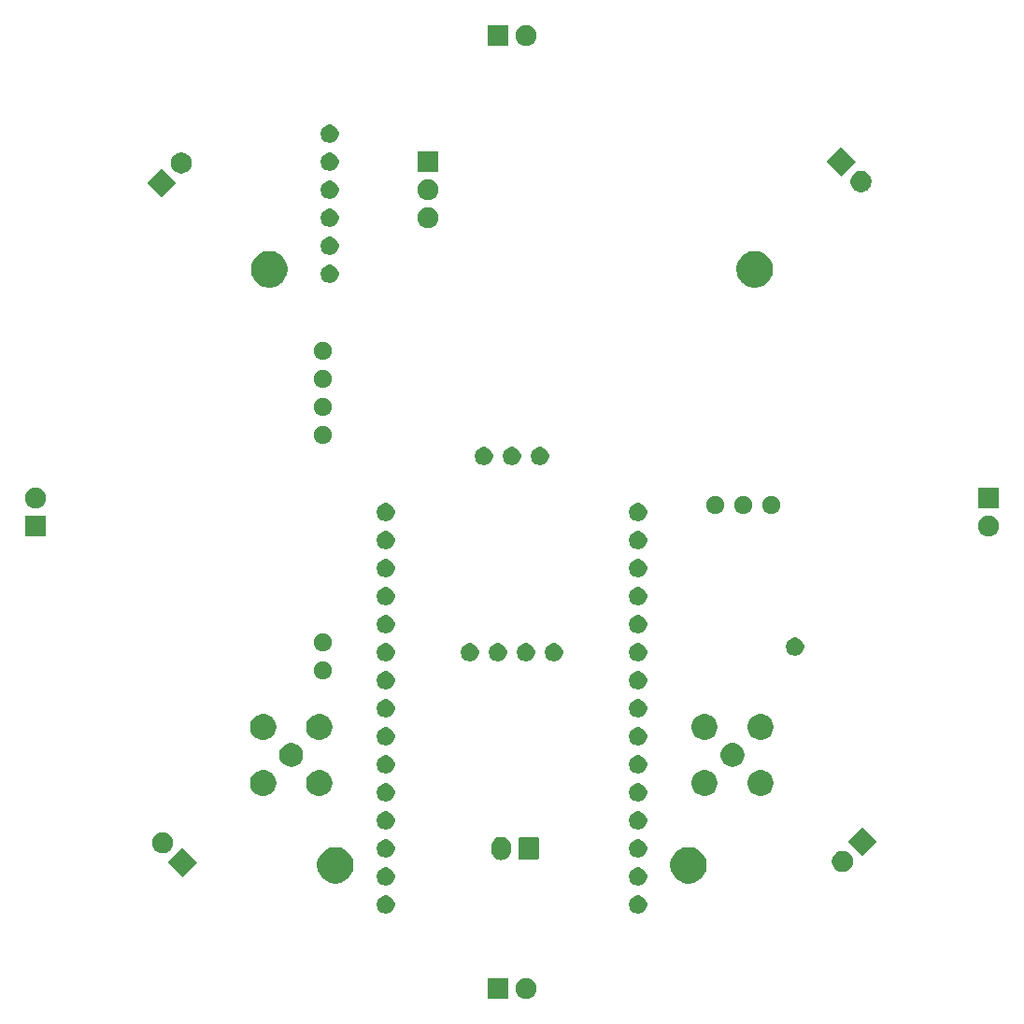
<source format=gbr>
G04 #@! TF.GenerationSoftware,KiCad,Pcbnew,(5.1.2)-1*
G04 #@! TF.CreationDate,2019-07-31T22:00:42+02:00*
G04 #@! TF.ProjectId,OpenMQTTGatewayPCB,4f70656e-4d51-4545-9447-617465776179,1*
G04 #@! TF.SameCoordinates,Original*
G04 #@! TF.FileFunction,Soldermask,Bot*
G04 #@! TF.FilePolarity,Negative*
%FSLAX46Y46*%
G04 Gerber Fmt 4.6, Leading zero omitted, Abs format (unit mm)*
G04 Created by KiCad (PCBNEW (5.1.2)-1) date 2019-07-31 22:00:42*
%MOMM*%
%LPD*%
G04 APERTURE LIST*
%ADD10C,0.100000*%
G04 APERTURE END LIST*
D10*
G36*
X98067395Y-115925546D02*
G01*
X98240466Y-115997234D01*
X98240467Y-115997235D01*
X98396227Y-116101310D01*
X98528690Y-116233773D01*
X98528691Y-116233775D01*
X98632766Y-116389534D01*
X98704454Y-116562605D01*
X98741000Y-116746333D01*
X98741000Y-116933667D01*
X98704454Y-117117395D01*
X98632766Y-117290466D01*
X98632765Y-117290467D01*
X98528690Y-117446227D01*
X98396227Y-117578690D01*
X98317818Y-117631081D01*
X98240466Y-117682766D01*
X98067395Y-117754454D01*
X97883667Y-117791000D01*
X97696333Y-117791000D01*
X97512605Y-117754454D01*
X97339534Y-117682766D01*
X97262182Y-117631081D01*
X97183773Y-117578690D01*
X97051310Y-117446227D01*
X96947235Y-117290467D01*
X96947234Y-117290466D01*
X96875546Y-117117395D01*
X96839000Y-116933667D01*
X96839000Y-116746333D01*
X96875546Y-116562605D01*
X96947234Y-116389534D01*
X97051309Y-116233775D01*
X97051310Y-116233773D01*
X97183773Y-116101310D01*
X97339533Y-115997235D01*
X97339534Y-115997234D01*
X97512605Y-115925546D01*
X97696333Y-115889000D01*
X97883667Y-115889000D01*
X98067395Y-115925546D01*
X98067395Y-115925546D01*
G37*
G36*
X96201000Y-117791000D02*
G01*
X94299000Y-117791000D01*
X94299000Y-115889000D01*
X96201000Y-115889000D01*
X96201000Y-117791000D01*
X96201000Y-117791000D01*
G37*
G36*
X108187142Y-108438242D02*
G01*
X108335101Y-108499529D01*
X108468255Y-108588499D01*
X108581501Y-108701745D01*
X108670471Y-108834899D01*
X108731758Y-108982858D01*
X108763000Y-109139925D01*
X108763000Y-109300075D01*
X108731758Y-109457142D01*
X108670471Y-109605101D01*
X108581501Y-109738255D01*
X108468255Y-109851501D01*
X108335101Y-109940471D01*
X108187142Y-110001758D01*
X108030075Y-110033000D01*
X107869925Y-110033000D01*
X107712858Y-110001758D01*
X107564899Y-109940471D01*
X107431745Y-109851501D01*
X107318499Y-109738255D01*
X107229529Y-109605101D01*
X107168242Y-109457142D01*
X107137000Y-109300075D01*
X107137000Y-109139925D01*
X107168242Y-108982858D01*
X107229529Y-108834899D01*
X107318499Y-108701745D01*
X107431745Y-108588499D01*
X107564899Y-108499529D01*
X107712858Y-108438242D01*
X107869925Y-108407000D01*
X108030075Y-108407000D01*
X108187142Y-108438242D01*
X108187142Y-108438242D01*
G37*
G36*
X85327142Y-108438242D02*
G01*
X85475101Y-108499529D01*
X85608255Y-108588499D01*
X85721501Y-108701745D01*
X85810471Y-108834899D01*
X85871758Y-108982858D01*
X85903000Y-109139925D01*
X85903000Y-109300075D01*
X85871758Y-109457142D01*
X85810471Y-109605101D01*
X85721501Y-109738255D01*
X85608255Y-109851501D01*
X85475101Y-109940471D01*
X85327142Y-110001758D01*
X85170075Y-110033000D01*
X85009925Y-110033000D01*
X84852858Y-110001758D01*
X84704899Y-109940471D01*
X84571745Y-109851501D01*
X84458499Y-109738255D01*
X84369529Y-109605101D01*
X84308242Y-109457142D01*
X84277000Y-109300075D01*
X84277000Y-109139925D01*
X84308242Y-108982858D01*
X84369529Y-108834899D01*
X84458499Y-108701745D01*
X84571745Y-108588499D01*
X84704899Y-108499529D01*
X84852858Y-108438242D01*
X85009925Y-108407000D01*
X85170075Y-108407000D01*
X85327142Y-108438242D01*
X85327142Y-108438242D01*
G37*
G36*
X108187142Y-105898242D02*
G01*
X108335101Y-105959529D01*
X108468255Y-106048499D01*
X108581501Y-106161745D01*
X108670471Y-106294899D01*
X108731758Y-106442858D01*
X108763000Y-106599925D01*
X108763000Y-106760075D01*
X108731758Y-106917142D01*
X108670471Y-107065101D01*
X108581501Y-107198255D01*
X108468255Y-107311501D01*
X108335101Y-107400471D01*
X108187142Y-107461758D01*
X108030075Y-107493000D01*
X107869925Y-107493000D01*
X107712858Y-107461758D01*
X107564899Y-107400471D01*
X107431745Y-107311501D01*
X107318499Y-107198255D01*
X107229529Y-107065101D01*
X107168242Y-106917142D01*
X107137000Y-106760075D01*
X107137000Y-106599925D01*
X107168242Y-106442858D01*
X107229529Y-106294899D01*
X107318499Y-106161745D01*
X107431745Y-106048499D01*
X107564899Y-105959529D01*
X107712858Y-105898242D01*
X107869925Y-105867000D01*
X108030075Y-105867000D01*
X108187142Y-105898242D01*
X108187142Y-105898242D01*
G37*
G36*
X85327142Y-105898242D02*
G01*
X85475101Y-105959529D01*
X85608255Y-106048499D01*
X85721501Y-106161745D01*
X85810471Y-106294899D01*
X85871758Y-106442858D01*
X85903000Y-106599925D01*
X85903000Y-106760075D01*
X85871758Y-106917142D01*
X85810471Y-107065101D01*
X85721501Y-107198255D01*
X85608255Y-107311501D01*
X85475101Y-107400471D01*
X85327142Y-107461758D01*
X85170075Y-107493000D01*
X85009925Y-107493000D01*
X84852858Y-107461758D01*
X84704899Y-107400471D01*
X84571745Y-107311501D01*
X84458499Y-107198255D01*
X84369529Y-107065101D01*
X84308242Y-106917142D01*
X84277000Y-106760075D01*
X84277000Y-106599925D01*
X84308242Y-106442858D01*
X84369529Y-106294899D01*
X84458499Y-106161745D01*
X84571745Y-106048499D01*
X84704899Y-105959529D01*
X84852858Y-105898242D01*
X85009925Y-105867000D01*
X85170075Y-105867000D01*
X85327142Y-105898242D01*
X85327142Y-105898242D01*
G37*
G36*
X80895256Y-104051298D02*
G01*
X81001579Y-104072447D01*
X81302042Y-104196903D01*
X81572451Y-104377585D01*
X81802415Y-104607549D01*
X81983097Y-104877958D01*
X82107553Y-105178421D01*
X82110055Y-105191000D01*
X82171000Y-105497389D01*
X82171000Y-105822611D01*
X82143765Y-105959529D01*
X82107553Y-106141579D01*
X81983097Y-106442042D01*
X81802415Y-106712451D01*
X81572451Y-106942415D01*
X81302042Y-107123097D01*
X81001579Y-107247553D01*
X80895256Y-107268702D01*
X80682611Y-107311000D01*
X80357389Y-107311000D01*
X80144744Y-107268702D01*
X80038421Y-107247553D01*
X79737958Y-107123097D01*
X79467549Y-106942415D01*
X79237585Y-106712451D01*
X79056903Y-106442042D01*
X78932447Y-106141579D01*
X78896235Y-105959529D01*
X78869000Y-105822611D01*
X78869000Y-105497389D01*
X78929945Y-105191000D01*
X78932447Y-105178421D01*
X79056903Y-104877958D01*
X79237585Y-104607549D01*
X79467549Y-104377585D01*
X79737958Y-104196903D01*
X80038421Y-104072447D01*
X80144744Y-104051298D01*
X80357389Y-104009000D01*
X80682611Y-104009000D01*
X80895256Y-104051298D01*
X80895256Y-104051298D01*
G37*
G36*
X112895256Y-104051298D02*
G01*
X113001579Y-104072447D01*
X113302042Y-104196903D01*
X113572451Y-104377585D01*
X113802415Y-104607549D01*
X113983097Y-104877958D01*
X114107553Y-105178421D01*
X114110055Y-105191000D01*
X114171000Y-105497389D01*
X114171000Y-105822611D01*
X114143765Y-105959529D01*
X114107553Y-106141579D01*
X113983097Y-106442042D01*
X113802415Y-106712451D01*
X113572451Y-106942415D01*
X113302042Y-107123097D01*
X113001579Y-107247553D01*
X112895256Y-107268702D01*
X112682611Y-107311000D01*
X112357389Y-107311000D01*
X112144744Y-107268702D01*
X112038421Y-107247553D01*
X111737958Y-107123097D01*
X111467549Y-106942415D01*
X111237585Y-106712451D01*
X111056903Y-106442042D01*
X110932447Y-106141579D01*
X110896235Y-105959529D01*
X110869000Y-105822611D01*
X110869000Y-105497389D01*
X110929945Y-105191000D01*
X110932447Y-105178421D01*
X111056903Y-104877958D01*
X111237585Y-104607549D01*
X111467549Y-104377585D01*
X111737958Y-104196903D01*
X112038421Y-104072447D01*
X112144744Y-104051298D01*
X112357389Y-104009000D01*
X112682611Y-104009000D01*
X112895256Y-104051298D01*
X112895256Y-104051298D01*
G37*
G36*
X68019917Y-105410000D02*
G01*
X66675000Y-106754917D01*
X65330083Y-105410000D01*
X66675000Y-104065083D01*
X68019917Y-105410000D01*
X68019917Y-105410000D01*
G37*
G36*
X126751344Y-104386597D02*
G01*
X126924415Y-104458285D01*
X127001767Y-104509970D01*
X127080176Y-104562361D01*
X127212639Y-104694824D01*
X127212640Y-104694826D01*
X127316715Y-104850585D01*
X127388403Y-105023656D01*
X127424949Y-105207384D01*
X127424949Y-105394718D01*
X127388403Y-105578446D01*
X127316715Y-105751517D01*
X127316714Y-105751518D01*
X127212639Y-105907278D01*
X127080176Y-106039741D01*
X127001767Y-106092132D01*
X126924415Y-106143817D01*
X126751344Y-106215505D01*
X126567616Y-106252051D01*
X126380282Y-106252051D01*
X126196554Y-106215505D01*
X126023483Y-106143817D01*
X125946131Y-106092132D01*
X125867722Y-106039741D01*
X125735259Y-105907278D01*
X125631184Y-105751518D01*
X125631183Y-105751517D01*
X125559495Y-105578446D01*
X125522949Y-105394718D01*
X125522949Y-105207384D01*
X125559495Y-105023656D01*
X125631183Y-104850585D01*
X125735258Y-104694826D01*
X125735259Y-104694824D01*
X125867722Y-104562361D01*
X125946131Y-104509970D01*
X126023483Y-104458285D01*
X126196554Y-104386597D01*
X126380282Y-104350051D01*
X126567616Y-104350051D01*
X126751344Y-104386597D01*
X126751344Y-104386597D01*
G37*
G36*
X95720627Y-103102037D02*
G01*
X95890466Y-103153557D01*
X96046991Y-103237222D01*
X96082729Y-103266552D01*
X96184186Y-103349814D01*
X96267448Y-103451271D01*
X96296778Y-103487009D01*
X96380443Y-103643534D01*
X96431963Y-103813374D01*
X96445000Y-103945743D01*
X96445000Y-104334258D01*
X96431963Y-104466627D01*
X96380443Y-104636466D01*
X96296778Y-104792991D01*
X96267448Y-104828729D01*
X96184186Y-104930186D01*
X96046989Y-105042779D01*
X95890467Y-105126442D01*
X95890465Y-105126443D01*
X95720626Y-105177963D01*
X95544000Y-105195359D01*
X95367373Y-105177963D01*
X95197534Y-105126443D01*
X95041009Y-105042778D01*
X94998750Y-105008097D01*
X94903814Y-104930186D01*
X94791221Y-104792989D01*
X94707558Y-104636467D01*
X94698786Y-104607551D01*
X94656037Y-104466626D01*
X94647224Y-104377142D01*
X94643000Y-104334259D01*
X94643000Y-103945740D01*
X94656037Y-103813375D01*
X94656037Y-103813373D01*
X94707557Y-103643534D01*
X94791222Y-103487009D01*
X94903815Y-103349815D01*
X95041010Y-103237222D01*
X95197535Y-103153557D01*
X95367374Y-103102037D01*
X95544000Y-103084641D01*
X95720627Y-103102037D01*
X95720627Y-103102037D01*
G37*
G36*
X98802600Y-103092989D02*
G01*
X98835652Y-103103015D01*
X98866103Y-103119292D01*
X98892799Y-103141201D01*
X98914708Y-103167897D01*
X98930985Y-103198348D01*
X98941011Y-103231400D01*
X98945000Y-103271903D01*
X98945000Y-105008097D01*
X98941011Y-105048600D01*
X98930985Y-105081652D01*
X98914708Y-105112103D01*
X98892799Y-105138799D01*
X98866103Y-105160708D01*
X98835652Y-105176985D01*
X98802600Y-105187011D01*
X98762097Y-105191000D01*
X97325903Y-105191000D01*
X97285400Y-105187011D01*
X97252348Y-105176985D01*
X97221897Y-105160708D01*
X97195201Y-105138799D01*
X97173292Y-105112103D01*
X97157015Y-105081652D01*
X97146989Y-105048600D01*
X97143000Y-105008097D01*
X97143000Y-103271903D01*
X97146989Y-103231400D01*
X97157015Y-103198348D01*
X97173292Y-103167897D01*
X97195201Y-103141201D01*
X97221897Y-103119292D01*
X97252348Y-103103015D01*
X97285400Y-103092989D01*
X97325903Y-103089000D01*
X98762097Y-103089000D01*
X98802600Y-103092989D01*
X98802600Y-103092989D01*
G37*
G36*
X108187142Y-103358242D02*
G01*
X108335101Y-103419529D01*
X108468255Y-103508499D01*
X108581501Y-103621745D01*
X108670471Y-103754899D01*
X108731758Y-103902858D01*
X108763000Y-104059925D01*
X108763000Y-104220075D01*
X108731758Y-104377142D01*
X108670471Y-104525101D01*
X108581501Y-104658255D01*
X108468255Y-104771501D01*
X108335101Y-104860471D01*
X108187142Y-104921758D01*
X108030075Y-104953000D01*
X107869925Y-104953000D01*
X107712858Y-104921758D01*
X107564899Y-104860471D01*
X107431745Y-104771501D01*
X107318499Y-104658255D01*
X107229529Y-104525101D01*
X107168242Y-104377142D01*
X107137000Y-104220075D01*
X107137000Y-104059925D01*
X107168242Y-103902858D01*
X107229529Y-103754899D01*
X107318499Y-103621745D01*
X107431745Y-103508499D01*
X107564899Y-103419529D01*
X107712858Y-103358242D01*
X107869925Y-103327000D01*
X108030075Y-103327000D01*
X108187142Y-103358242D01*
X108187142Y-103358242D01*
G37*
G36*
X85327142Y-103358242D02*
G01*
X85475101Y-103419529D01*
X85608255Y-103508499D01*
X85721501Y-103621745D01*
X85810471Y-103754899D01*
X85871758Y-103902858D01*
X85903000Y-104059925D01*
X85903000Y-104220075D01*
X85871758Y-104377142D01*
X85810471Y-104525101D01*
X85721501Y-104658255D01*
X85608255Y-104771501D01*
X85475101Y-104860471D01*
X85327142Y-104921758D01*
X85170075Y-104953000D01*
X85009925Y-104953000D01*
X84852858Y-104921758D01*
X84704899Y-104860471D01*
X84571745Y-104771501D01*
X84458499Y-104658255D01*
X84369529Y-104525101D01*
X84308242Y-104377142D01*
X84277000Y-104220075D01*
X84277000Y-104059925D01*
X84308242Y-103902858D01*
X84369529Y-103754899D01*
X84458499Y-103621745D01*
X84571745Y-103508499D01*
X84704899Y-103419529D01*
X84852858Y-103358242D01*
X85009925Y-103327000D01*
X85170075Y-103327000D01*
X85327142Y-103358242D01*
X85327142Y-103358242D01*
G37*
G36*
X129614917Y-103505000D02*
G01*
X128270000Y-104849917D01*
X126925083Y-103505000D01*
X128270000Y-102160083D01*
X129614917Y-103505000D01*
X129614917Y-103505000D01*
G37*
G36*
X65156344Y-102699495D02*
G01*
X65329415Y-102771183D01*
X65329416Y-102771184D01*
X65485176Y-102875259D01*
X65617639Y-103007722D01*
X65617640Y-103007724D01*
X65721715Y-103163483D01*
X65793403Y-103336554D01*
X65829949Y-103520282D01*
X65829949Y-103707616D01*
X65793403Y-103891344D01*
X65721715Y-104064415D01*
X65721268Y-104065084D01*
X65617639Y-104220176D01*
X65485176Y-104352639D01*
X65406767Y-104405030D01*
X65329415Y-104456715D01*
X65156344Y-104528403D01*
X64972616Y-104564949D01*
X64785282Y-104564949D01*
X64601554Y-104528403D01*
X64428483Y-104456715D01*
X64351131Y-104405030D01*
X64272722Y-104352639D01*
X64140259Y-104220176D01*
X64036630Y-104065084D01*
X64036183Y-104064415D01*
X63964495Y-103891344D01*
X63927949Y-103707616D01*
X63927949Y-103520282D01*
X63964495Y-103336554D01*
X64036183Y-103163483D01*
X64140258Y-103007724D01*
X64140259Y-103007722D01*
X64272722Y-102875259D01*
X64428482Y-102771184D01*
X64428483Y-102771183D01*
X64601554Y-102699495D01*
X64785282Y-102662949D01*
X64972616Y-102662949D01*
X65156344Y-102699495D01*
X65156344Y-102699495D01*
G37*
G36*
X108187142Y-100818242D02*
G01*
X108335101Y-100879529D01*
X108468255Y-100968499D01*
X108581501Y-101081745D01*
X108670471Y-101214899D01*
X108731758Y-101362858D01*
X108763000Y-101519925D01*
X108763000Y-101680075D01*
X108731758Y-101837142D01*
X108670471Y-101985101D01*
X108581501Y-102118255D01*
X108468255Y-102231501D01*
X108335101Y-102320471D01*
X108187142Y-102381758D01*
X108030075Y-102413000D01*
X107869925Y-102413000D01*
X107712858Y-102381758D01*
X107564899Y-102320471D01*
X107431745Y-102231501D01*
X107318499Y-102118255D01*
X107229529Y-101985101D01*
X107168242Y-101837142D01*
X107137000Y-101680075D01*
X107137000Y-101519925D01*
X107168242Y-101362858D01*
X107229529Y-101214899D01*
X107318499Y-101081745D01*
X107431745Y-100968499D01*
X107564899Y-100879529D01*
X107712858Y-100818242D01*
X107869925Y-100787000D01*
X108030075Y-100787000D01*
X108187142Y-100818242D01*
X108187142Y-100818242D01*
G37*
G36*
X85327142Y-100818242D02*
G01*
X85475101Y-100879529D01*
X85608255Y-100968499D01*
X85721501Y-101081745D01*
X85810471Y-101214899D01*
X85871758Y-101362858D01*
X85903000Y-101519925D01*
X85903000Y-101680075D01*
X85871758Y-101837142D01*
X85810471Y-101985101D01*
X85721501Y-102118255D01*
X85608255Y-102231501D01*
X85475101Y-102320471D01*
X85327142Y-102381758D01*
X85170075Y-102413000D01*
X85009925Y-102413000D01*
X84852858Y-102381758D01*
X84704899Y-102320471D01*
X84571745Y-102231501D01*
X84458499Y-102118255D01*
X84369529Y-101985101D01*
X84308242Y-101837142D01*
X84277000Y-101680075D01*
X84277000Y-101519925D01*
X84308242Y-101362858D01*
X84369529Y-101214899D01*
X84458499Y-101081745D01*
X84571745Y-100968499D01*
X84704899Y-100879529D01*
X84852858Y-100818242D01*
X85009925Y-100787000D01*
X85170075Y-100787000D01*
X85327142Y-100818242D01*
X85327142Y-100818242D01*
G37*
G36*
X108187142Y-98278242D02*
G01*
X108335101Y-98339529D01*
X108468255Y-98428499D01*
X108581501Y-98541745D01*
X108670471Y-98674899D01*
X108731758Y-98822858D01*
X108763000Y-98979925D01*
X108763000Y-99140075D01*
X108731758Y-99297142D01*
X108670471Y-99445101D01*
X108581501Y-99578255D01*
X108468255Y-99691501D01*
X108335101Y-99780471D01*
X108187142Y-99841758D01*
X108030075Y-99873000D01*
X107869925Y-99873000D01*
X107712858Y-99841758D01*
X107564899Y-99780471D01*
X107431745Y-99691501D01*
X107318499Y-99578255D01*
X107229529Y-99445101D01*
X107168242Y-99297142D01*
X107137000Y-99140075D01*
X107137000Y-98979925D01*
X107168242Y-98822858D01*
X107229529Y-98674899D01*
X107318499Y-98541745D01*
X107431745Y-98428499D01*
X107564899Y-98339529D01*
X107712858Y-98278242D01*
X107869925Y-98247000D01*
X108030075Y-98247000D01*
X108187142Y-98278242D01*
X108187142Y-98278242D01*
G37*
G36*
X85327142Y-98278242D02*
G01*
X85475101Y-98339529D01*
X85608255Y-98428499D01*
X85721501Y-98541745D01*
X85810471Y-98674899D01*
X85871758Y-98822858D01*
X85903000Y-98979925D01*
X85903000Y-99140075D01*
X85871758Y-99297142D01*
X85810471Y-99445101D01*
X85721501Y-99578255D01*
X85608255Y-99691501D01*
X85475101Y-99780471D01*
X85327142Y-99841758D01*
X85170075Y-99873000D01*
X85009925Y-99873000D01*
X84852858Y-99841758D01*
X84704899Y-99780471D01*
X84571745Y-99691501D01*
X84458499Y-99578255D01*
X84369529Y-99445101D01*
X84308242Y-99297142D01*
X84277000Y-99140075D01*
X84277000Y-98979925D01*
X84308242Y-98822858D01*
X84369529Y-98674899D01*
X84458499Y-98541745D01*
X84571745Y-98428499D01*
X84704899Y-98339529D01*
X84852858Y-98278242D01*
X85009925Y-98247000D01*
X85170075Y-98247000D01*
X85327142Y-98278242D01*
X85327142Y-98278242D01*
G37*
G36*
X119247491Y-97038255D02*
G01*
X119403027Y-97069193D01*
X119617045Y-97157842D01*
X119617046Y-97157843D01*
X119809654Y-97286539D01*
X119973461Y-97450346D01*
X120059258Y-97578751D01*
X120102158Y-97642955D01*
X120190807Y-97856973D01*
X120236000Y-98084174D01*
X120236000Y-98315826D01*
X120190807Y-98543027D01*
X120102158Y-98757045D01*
X120102157Y-98757046D01*
X119973461Y-98949654D01*
X119809654Y-99113461D01*
X119681249Y-99199258D01*
X119617045Y-99242158D01*
X119403027Y-99330807D01*
X119251560Y-99360936D01*
X119175827Y-99376000D01*
X118944173Y-99376000D01*
X118868440Y-99360936D01*
X118716973Y-99330807D01*
X118502955Y-99242158D01*
X118438751Y-99199258D01*
X118310346Y-99113461D01*
X118146539Y-98949654D01*
X118017843Y-98757046D01*
X118017842Y-98757045D01*
X117929193Y-98543027D01*
X117884000Y-98315826D01*
X117884000Y-98084174D01*
X117929193Y-97856973D01*
X118017842Y-97642955D01*
X118060742Y-97578751D01*
X118146539Y-97450346D01*
X118310346Y-97286539D01*
X118502954Y-97157843D01*
X118502955Y-97157842D01*
X118716973Y-97069193D01*
X118872509Y-97038255D01*
X118944173Y-97024000D01*
X119175827Y-97024000D01*
X119247491Y-97038255D01*
X119247491Y-97038255D01*
G37*
G36*
X74167491Y-97038255D02*
G01*
X74323027Y-97069193D01*
X74537045Y-97157842D01*
X74537046Y-97157843D01*
X74729654Y-97286539D01*
X74893461Y-97450346D01*
X74979258Y-97578751D01*
X75022158Y-97642955D01*
X75110807Y-97856973D01*
X75156000Y-98084174D01*
X75156000Y-98315826D01*
X75110807Y-98543027D01*
X75022158Y-98757045D01*
X75022157Y-98757046D01*
X74893461Y-98949654D01*
X74729654Y-99113461D01*
X74601249Y-99199258D01*
X74537045Y-99242158D01*
X74323027Y-99330807D01*
X74171560Y-99360936D01*
X74095827Y-99376000D01*
X73864173Y-99376000D01*
X73788440Y-99360936D01*
X73636973Y-99330807D01*
X73422955Y-99242158D01*
X73358751Y-99199258D01*
X73230346Y-99113461D01*
X73066539Y-98949654D01*
X72937843Y-98757046D01*
X72937842Y-98757045D01*
X72849193Y-98543027D01*
X72804000Y-98315826D01*
X72804000Y-98084174D01*
X72849193Y-97856973D01*
X72937842Y-97642955D01*
X72980742Y-97578751D01*
X73066539Y-97450346D01*
X73230346Y-97286539D01*
X73422954Y-97157843D01*
X73422955Y-97157842D01*
X73636973Y-97069193D01*
X73792509Y-97038255D01*
X73864173Y-97024000D01*
X74095827Y-97024000D01*
X74167491Y-97038255D01*
X74167491Y-97038255D01*
G37*
G36*
X114167491Y-97038255D02*
G01*
X114323027Y-97069193D01*
X114537045Y-97157842D01*
X114537046Y-97157843D01*
X114729654Y-97286539D01*
X114893461Y-97450346D01*
X114979258Y-97578751D01*
X115022158Y-97642955D01*
X115110807Y-97856973D01*
X115156000Y-98084174D01*
X115156000Y-98315826D01*
X115110807Y-98543027D01*
X115022158Y-98757045D01*
X115022157Y-98757046D01*
X114893461Y-98949654D01*
X114729654Y-99113461D01*
X114601249Y-99199258D01*
X114537045Y-99242158D01*
X114323027Y-99330807D01*
X114171560Y-99360936D01*
X114095827Y-99376000D01*
X113864173Y-99376000D01*
X113788440Y-99360936D01*
X113636973Y-99330807D01*
X113422955Y-99242158D01*
X113358751Y-99199258D01*
X113230346Y-99113461D01*
X113066539Y-98949654D01*
X112937843Y-98757046D01*
X112937842Y-98757045D01*
X112849193Y-98543027D01*
X112804000Y-98315826D01*
X112804000Y-98084174D01*
X112849193Y-97856973D01*
X112937842Y-97642955D01*
X112980742Y-97578751D01*
X113066539Y-97450346D01*
X113230346Y-97286539D01*
X113422954Y-97157843D01*
X113422955Y-97157842D01*
X113636973Y-97069193D01*
X113792509Y-97038255D01*
X113864173Y-97024000D01*
X114095827Y-97024000D01*
X114167491Y-97038255D01*
X114167491Y-97038255D01*
G37*
G36*
X79247491Y-97038255D02*
G01*
X79403027Y-97069193D01*
X79617045Y-97157842D01*
X79617046Y-97157843D01*
X79809654Y-97286539D01*
X79973461Y-97450346D01*
X80059258Y-97578751D01*
X80102158Y-97642955D01*
X80190807Y-97856973D01*
X80236000Y-98084174D01*
X80236000Y-98315826D01*
X80190807Y-98543027D01*
X80102158Y-98757045D01*
X80102157Y-98757046D01*
X79973461Y-98949654D01*
X79809654Y-99113461D01*
X79681249Y-99199258D01*
X79617045Y-99242158D01*
X79403027Y-99330807D01*
X79251560Y-99360936D01*
X79175827Y-99376000D01*
X78944173Y-99376000D01*
X78868440Y-99360936D01*
X78716973Y-99330807D01*
X78502955Y-99242158D01*
X78438751Y-99199258D01*
X78310346Y-99113461D01*
X78146539Y-98949654D01*
X78017843Y-98757046D01*
X78017842Y-98757045D01*
X77929193Y-98543027D01*
X77884000Y-98315826D01*
X77884000Y-98084174D01*
X77929193Y-97856973D01*
X78017842Y-97642955D01*
X78060742Y-97578751D01*
X78146539Y-97450346D01*
X78310346Y-97286539D01*
X78502954Y-97157843D01*
X78502955Y-97157842D01*
X78716973Y-97069193D01*
X78872509Y-97038255D01*
X78944173Y-97024000D01*
X79175827Y-97024000D01*
X79247491Y-97038255D01*
X79247491Y-97038255D01*
G37*
G36*
X108187142Y-95738242D02*
G01*
X108335101Y-95799529D01*
X108468255Y-95888499D01*
X108581501Y-96001745D01*
X108670471Y-96134899D01*
X108731758Y-96282858D01*
X108763000Y-96439925D01*
X108763000Y-96600075D01*
X108731758Y-96757142D01*
X108670471Y-96905101D01*
X108581501Y-97038255D01*
X108468255Y-97151501D01*
X108335101Y-97240471D01*
X108187142Y-97301758D01*
X108030075Y-97333000D01*
X107869925Y-97333000D01*
X107712858Y-97301758D01*
X107564899Y-97240471D01*
X107431745Y-97151501D01*
X107318499Y-97038255D01*
X107229529Y-96905101D01*
X107168242Y-96757142D01*
X107137000Y-96600075D01*
X107137000Y-96439925D01*
X107168242Y-96282858D01*
X107229529Y-96134899D01*
X107318499Y-96001745D01*
X107431745Y-95888499D01*
X107564899Y-95799529D01*
X107712858Y-95738242D01*
X107869925Y-95707000D01*
X108030075Y-95707000D01*
X108187142Y-95738242D01*
X108187142Y-95738242D01*
G37*
G36*
X85327142Y-95738242D02*
G01*
X85475101Y-95799529D01*
X85608255Y-95888499D01*
X85721501Y-96001745D01*
X85810471Y-96134899D01*
X85871758Y-96282858D01*
X85903000Y-96439925D01*
X85903000Y-96600075D01*
X85871758Y-96757142D01*
X85810471Y-96905101D01*
X85721501Y-97038255D01*
X85608255Y-97151501D01*
X85475101Y-97240471D01*
X85327142Y-97301758D01*
X85170075Y-97333000D01*
X85009925Y-97333000D01*
X84852858Y-97301758D01*
X84704899Y-97240471D01*
X84571745Y-97151501D01*
X84458499Y-97038255D01*
X84369529Y-96905101D01*
X84308242Y-96757142D01*
X84277000Y-96600075D01*
X84277000Y-96439925D01*
X84308242Y-96282858D01*
X84369529Y-96134899D01*
X84458499Y-96001745D01*
X84571745Y-95888499D01*
X84704899Y-95799529D01*
X84852858Y-95738242D01*
X85009925Y-95707000D01*
X85170075Y-95707000D01*
X85327142Y-95738242D01*
X85327142Y-95738242D01*
G37*
G36*
X116695271Y-94597783D02*
G01*
X116833858Y-94625350D01*
X117029677Y-94706461D01*
X117205910Y-94824216D01*
X117355784Y-94974090D01*
X117473539Y-95150323D01*
X117554650Y-95346142D01*
X117596000Y-95554023D01*
X117596000Y-95765977D01*
X117554650Y-95973858D01*
X117473539Y-96169677D01*
X117355784Y-96345910D01*
X117205910Y-96495784D01*
X117029677Y-96613539D01*
X116833858Y-96694650D01*
X116695271Y-96722217D01*
X116625978Y-96736000D01*
X116414022Y-96736000D01*
X116344729Y-96722217D01*
X116206142Y-96694650D01*
X116010323Y-96613539D01*
X115834090Y-96495784D01*
X115684216Y-96345910D01*
X115566461Y-96169677D01*
X115485350Y-95973858D01*
X115444000Y-95765977D01*
X115444000Y-95554023D01*
X115485350Y-95346142D01*
X115566461Y-95150323D01*
X115684216Y-94974090D01*
X115834090Y-94824216D01*
X116010323Y-94706461D01*
X116206142Y-94625350D01*
X116344729Y-94597783D01*
X116414022Y-94584000D01*
X116625978Y-94584000D01*
X116695271Y-94597783D01*
X116695271Y-94597783D01*
G37*
G36*
X76695271Y-94597783D02*
G01*
X76833858Y-94625350D01*
X77029677Y-94706461D01*
X77205910Y-94824216D01*
X77355784Y-94974090D01*
X77473539Y-95150323D01*
X77554650Y-95346142D01*
X77596000Y-95554023D01*
X77596000Y-95765977D01*
X77554650Y-95973858D01*
X77473539Y-96169677D01*
X77355784Y-96345910D01*
X77205910Y-96495784D01*
X77029677Y-96613539D01*
X76833858Y-96694650D01*
X76695271Y-96722217D01*
X76625978Y-96736000D01*
X76414022Y-96736000D01*
X76344729Y-96722217D01*
X76206142Y-96694650D01*
X76010323Y-96613539D01*
X75834090Y-96495784D01*
X75684216Y-96345910D01*
X75566461Y-96169677D01*
X75485350Y-95973858D01*
X75444000Y-95765977D01*
X75444000Y-95554023D01*
X75485350Y-95346142D01*
X75566461Y-95150323D01*
X75684216Y-94974090D01*
X75834090Y-94824216D01*
X76010323Y-94706461D01*
X76206142Y-94625350D01*
X76344729Y-94597783D01*
X76414022Y-94584000D01*
X76625978Y-94584000D01*
X76695271Y-94597783D01*
X76695271Y-94597783D01*
G37*
G36*
X108187142Y-93198242D02*
G01*
X108335101Y-93259529D01*
X108468255Y-93348499D01*
X108581501Y-93461745D01*
X108670471Y-93594899D01*
X108731758Y-93742858D01*
X108763000Y-93899925D01*
X108763000Y-94060075D01*
X108731758Y-94217142D01*
X108670471Y-94365101D01*
X108581501Y-94498255D01*
X108468255Y-94611501D01*
X108335101Y-94700471D01*
X108187142Y-94761758D01*
X108030075Y-94793000D01*
X107869925Y-94793000D01*
X107712858Y-94761758D01*
X107564899Y-94700471D01*
X107431745Y-94611501D01*
X107318499Y-94498255D01*
X107229529Y-94365101D01*
X107168242Y-94217142D01*
X107137000Y-94060075D01*
X107137000Y-93899925D01*
X107168242Y-93742858D01*
X107229529Y-93594899D01*
X107318499Y-93461745D01*
X107431745Y-93348499D01*
X107564899Y-93259529D01*
X107712858Y-93198242D01*
X107869925Y-93167000D01*
X108030075Y-93167000D01*
X108187142Y-93198242D01*
X108187142Y-93198242D01*
G37*
G36*
X85327142Y-93198242D02*
G01*
X85475101Y-93259529D01*
X85608255Y-93348499D01*
X85721501Y-93461745D01*
X85810471Y-93594899D01*
X85871758Y-93742858D01*
X85903000Y-93899925D01*
X85903000Y-94060075D01*
X85871758Y-94217142D01*
X85810471Y-94365101D01*
X85721501Y-94498255D01*
X85608255Y-94611501D01*
X85475101Y-94700471D01*
X85327142Y-94761758D01*
X85170075Y-94793000D01*
X85009925Y-94793000D01*
X84852858Y-94761758D01*
X84704899Y-94700471D01*
X84571745Y-94611501D01*
X84458499Y-94498255D01*
X84369529Y-94365101D01*
X84308242Y-94217142D01*
X84277000Y-94060075D01*
X84277000Y-93899925D01*
X84308242Y-93742858D01*
X84369529Y-93594899D01*
X84458499Y-93461745D01*
X84571745Y-93348499D01*
X84704899Y-93259529D01*
X84852858Y-93198242D01*
X85009925Y-93167000D01*
X85170075Y-93167000D01*
X85327142Y-93198242D01*
X85327142Y-93198242D01*
G37*
G36*
X74167491Y-91958255D02*
G01*
X74323027Y-91989193D01*
X74537045Y-92077842D01*
X74537046Y-92077843D01*
X74729654Y-92206539D01*
X74893461Y-92370346D01*
X74979258Y-92498751D01*
X75022158Y-92562955D01*
X75110807Y-92776973D01*
X75156000Y-93004174D01*
X75156000Y-93235826D01*
X75110807Y-93463027D01*
X75022158Y-93677045D01*
X75022157Y-93677046D01*
X74893461Y-93869654D01*
X74729654Y-94033461D01*
X74601249Y-94119258D01*
X74537045Y-94162158D01*
X74323027Y-94250807D01*
X74171560Y-94280936D01*
X74095827Y-94296000D01*
X73864173Y-94296000D01*
X73788440Y-94280936D01*
X73636973Y-94250807D01*
X73422955Y-94162158D01*
X73358751Y-94119258D01*
X73230346Y-94033461D01*
X73066539Y-93869654D01*
X72937843Y-93677046D01*
X72937842Y-93677045D01*
X72849193Y-93463027D01*
X72804000Y-93235826D01*
X72804000Y-93004174D01*
X72849193Y-92776973D01*
X72937842Y-92562955D01*
X72980742Y-92498751D01*
X73066539Y-92370346D01*
X73230346Y-92206539D01*
X73422954Y-92077843D01*
X73422955Y-92077842D01*
X73636973Y-91989193D01*
X73792509Y-91958255D01*
X73864173Y-91944000D01*
X74095827Y-91944000D01*
X74167491Y-91958255D01*
X74167491Y-91958255D01*
G37*
G36*
X79247491Y-91958255D02*
G01*
X79403027Y-91989193D01*
X79617045Y-92077842D01*
X79617046Y-92077843D01*
X79809654Y-92206539D01*
X79973461Y-92370346D01*
X80059258Y-92498751D01*
X80102158Y-92562955D01*
X80190807Y-92776973D01*
X80236000Y-93004174D01*
X80236000Y-93235826D01*
X80190807Y-93463027D01*
X80102158Y-93677045D01*
X80102157Y-93677046D01*
X79973461Y-93869654D01*
X79809654Y-94033461D01*
X79681249Y-94119258D01*
X79617045Y-94162158D01*
X79403027Y-94250807D01*
X79251560Y-94280936D01*
X79175827Y-94296000D01*
X78944173Y-94296000D01*
X78868440Y-94280936D01*
X78716973Y-94250807D01*
X78502955Y-94162158D01*
X78438751Y-94119258D01*
X78310346Y-94033461D01*
X78146539Y-93869654D01*
X78017843Y-93677046D01*
X78017842Y-93677045D01*
X77929193Y-93463027D01*
X77884000Y-93235826D01*
X77884000Y-93004174D01*
X77929193Y-92776973D01*
X78017842Y-92562955D01*
X78060742Y-92498751D01*
X78146539Y-92370346D01*
X78310346Y-92206539D01*
X78502954Y-92077843D01*
X78502955Y-92077842D01*
X78716973Y-91989193D01*
X78872509Y-91958255D01*
X78944173Y-91944000D01*
X79175827Y-91944000D01*
X79247491Y-91958255D01*
X79247491Y-91958255D01*
G37*
G36*
X114167491Y-91958255D02*
G01*
X114323027Y-91989193D01*
X114537045Y-92077842D01*
X114537046Y-92077843D01*
X114729654Y-92206539D01*
X114893461Y-92370346D01*
X114979258Y-92498751D01*
X115022158Y-92562955D01*
X115110807Y-92776973D01*
X115156000Y-93004174D01*
X115156000Y-93235826D01*
X115110807Y-93463027D01*
X115022158Y-93677045D01*
X115022157Y-93677046D01*
X114893461Y-93869654D01*
X114729654Y-94033461D01*
X114601249Y-94119258D01*
X114537045Y-94162158D01*
X114323027Y-94250807D01*
X114171560Y-94280936D01*
X114095827Y-94296000D01*
X113864173Y-94296000D01*
X113788440Y-94280936D01*
X113636973Y-94250807D01*
X113422955Y-94162158D01*
X113358751Y-94119258D01*
X113230346Y-94033461D01*
X113066539Y-93869654D01*
X112937843Y-93677046D01*
X112937842Y-93677045D01*
X112849193Y-93463027D01*
X112804000Y-93235826D01*
X112804000Y-93004174D01*
X112849193Y-92776973D01*
X112937842Y-92562955D01*
X112980742Y-92498751D01*
X113066539Y-92370346D01*
X113230346Y-92206539D01*
X113422954Y-92077843D01*
X113422955Y-92077842D01*
X113636973Y-91989193D01*
X113792509Y-91958255D01*
X113864173Y-91944000D01*
X114095827Y-91944000D01*
X114167491Y-91958255D01*
X114167491Y-91958255D01*
G37*
G36*
X119247491Y-91958255D02*
G01*
X119403027Y-91989193D01*
X119617045Y-92077842D01*
X119617046Y-92077843D01*
X119809654Y-92206539D01*
X119973461Y-92370346D01*
X120059258Y-92498751D01*
X120102158Y-92562955D01*
X120190807Y-92776973D01*
X120236000Y-93004174D01*
X120236000Y-93235826D01*
X120190807Y-93463027D01*
X120102158Y-93677045D01*
X120102157Y-93677046D01*
X119973461Y-93869654D01*
X119809654Y-94033461D01*
X119681249Y-94119258D01*
X119617045Y-94162158D01*
X119403027Y-94250807D01*
X119251560Y-94280936D01*
X119175827Y-94296000D01*
X118944173Y-94296000D01*
X118868440Y-94280936D01*
X118716973Y-94250807D01*
X118502955Y-94162158D01*
X118438751Y-94119258D01*
X118310346Y-94033461D01*
X118146539Y-93869654D01*
X118017843Y-93677046D01*
X118017842Y-93677045D01*
X117929193Y-93463027D01*
X117884000Y-93235826D01*
X117884000Y-93004174D01*
X117929193Y-92776973D01*
X118017842Y-92562955D01*
X118060742Y-92498751D01*
X118146539Y-92370346D01*
X118310346Y-92206539D01*
X118502954Y-92077843D01*
X118502955Y-92077842D01*
X118716973Y-91989193D01*
X118872509Y-91958255D01*
X118944173Y-91944000D01*
X119175827Y-91944000D01*
X119247491Y-91958255D01*
X119247491Y-91958255D01*
G37*
G36*
X85327142Y-90658242D02*
G01*
X85475101Y-90719529D01*
X85608255Y-90808499D01*
X85721501Y-90921745D01*
X85810471Y-91054899D01*
X85871758Y-91202858D01*
X85903000Y-91359925D01*
X85903000Y-91520075D01*
X85871758Y-91677142D01*
X85810471Y-91825101D01*
X85721501Y-91958255D01*
X85608255Y-92071501D01*
X85475101Y-92160471D01*
X85327142Y-92221758D01*
X85170075Y-92253000D01*
X85009925Y-92253000D01*
X84852858Y-92221758D01*
X84704899Y-92160471D01*
X84571745Y-92071501D01*
X84458499Y-91958255D01*
X84369529Y-91825101D01*
X84308242Y-91677142D01*
X84277000Y-91520075D01*
X84277000Y-91359925D01*
X84308242Y-91202858D01*
X84369529Y-91054899D01*
X84458499Y-90921745D01*
X84571745Y-90808499D01*
X84704899Y-90719529D01*
X84852858Y-90658242D01*
X85009925Y-90627000D01*
X85170075Y-90627000D01*
X85327142Y-90658242D01*
X85327142Y-90658242D01*
G37*
G36*
X108187142Y-90658242D02*
G01*
X108335101Y-90719529D01*
X108468255Y-90808499D01*
X108581501Y-90921745D01*
X108670471Y-91054899D01*
X108731758Y-91202858D01*
X108763000Y-91359925D01*
X108763000Y-91520075D01*
X108731758Y-91677142D01*
X108670471Y-91825101D01*
X108581501Y-91958255D01*
X108468255Y-92071501D01*
X108335101Y-92160471D01*
X108187142Y-92221758D01*
X108030075Y-92253000D01*
X107869925Y-92253000D01*
X107712858Y-92221758D01*
X107564899Y-92160471D01*
X107431745Y-92071501D01*
X107318499Y-91958255D01*
X107229529Y-91825101D01*
X107168242Y-91677142D01*
X107137000Y-91520075D01*
X107137000Y-91359925D01*
X107168242Y-91202858D01*
X107229529Y-91054899D01*
X107318499Y-90921745D01*
X107431745Y-90808499D01*
X107564899Y-90719529D01*
X107712858Y-90658242D01*
X107869925Y-90627000D01*
X108030075Y-90627000D01*
X108187142Y-90658242D01*
X108187142Y-90658242D01*
G37*
G36*
X85327142Y-88118242D02*
G01*
X85475101Y-88179529D01*
X85608255Y-88268499D01*
X85721501Y-88381745D01*
X85810471Y-88514899D01*
X85871758Y-88662858D01*
X85903000Y-88819925D01*
X85903000Y-88980075D01*
X85871758Y-89137142D01*
X85810471Y-89285101D01*
X85721501Y-89418255D01*
X85608255Y-89531501D01*
X85475101Y-89620471D01*
X85327142Y-89681758D01*
X85170075Y-89713000D01*
X85009925Y-89713000D01*
X84852858Y-89681758D01*
X84704899Y-89620471D01*
X84571745Y-89531501D01*
X84458499Y-89418255D01*
X84369529Y-89285101D01*
X84308242Y-89137142D01*
X84277000Y-88980075D01*
X84277000Y-88819925D01*
X84308242Y-88662858D01*
X84369529Y-88514899D01*
X84458499Y-88381745D01*
X84571745Y-88268499D01*
X84704899Y-88179529D01*
X84852858Y-88118242D01*
X85009925Y-88087000D01*
X85170075Y-88087000D01*
X85327142Y-88118242D01*
X85327142Y-88118242D01*
G37*
G36*
X108187142Y-88118242D02*
G01*
X108335101Y-88179529D01*
X108468255Y-88268499D01*
X108581501Y-88381745D01*
X108670471Y-88514899D01*
X108731758Y-88662858D01*
X108763000Y-88819925D01*
X108763000Y-88980075D01*
X108731758Y-89137142D01*
X108670471Y-89285101D01*
X108581501Y-89418255D01*
X108468255Y-89531501D01*
X108335101Y-89620471D01*
X108187142Y-89681758D01*
X108030075Y-89713000D01*
X107869925Y-89713000D01*
X107712858Y-89681758D01*
X107564899Y-89620471D01*
X107431745Y-89531501D01*
X107318499Y-89418255D01*
X107229529Y-89285101D01*
X107168242Y-89137142D01*
X107137000Y-88980075D01*
X107137000Y-88819925D01*
X107168242Y-88662858D01*
X107229529Y-88514899D01*
X107318499Y-88381745D01*
X107431745Y-88268499D01*
X107564899Y-88179529D01*
X107712858Y-88118242D01*
X107869925Y-88087000D01*
X108030075Y-88087000D01*
X108187142Y-88118242D01*
X108187142Y-88118242D01*
G37*
G36*
X79612142Y-87229242D02*
G01*
X79760101Y-87290529D01*
X79893255Y-87379499D01*
X80006501Y-87492745D01*
X80095471Y-87625899D01*
X80156758Y-87773858D01*
X80188000Y-87930925D01*
X80188000Y-88091075D01*
X80156758Y-88248142D01*
X80095471Y-88396101D01*
X80006501Y-88529255D01*
X79893255Y-88642501D01*
X79760101Y-88731471D01*
X79612142Y-88792758D01*
X79455075Y-88824000D01*
X79294925Y-88824000D01*
X79137858Y-88792758D01*
X78989899Y-88731471D01*
X78856745Y-88642501D01*
X78743499Y-88529255D01*
X78654529Y-88396101D01*
X78593242Y-88248142D01*
X78562000Y-88091075D01*
X78562000Y-87930925D01*
X78593242Y-87773858D01*
X78654529Y-87625899D01*
X78743499Y-87492745D01*
X78856745Y-87379499D01*
X78989899Y-87290529D01*
X79137858Y-87229242D01*
X79294925Y-87198000D01*
X79455075Y-87198000D01*
X79612142Y-87229242D01*
X79612142Y-87229242D01*
G37*
G36*
X98027142Y-85578242D02*
G01*
X98175101Y-85639529D01*
X98308255Y-85728499D01*
X98421501Y-85841745D01*
X98510471Y-85974899D01*
X98571758Y-86122858D01*
X98603000Y-86279925D01*
X98603000Y-86440075D01*
X98571758Y-86597142D01*
X98510471Y-86745101D01*
X98421501Y-86878255D01*
X98308255Y-86991501D01*
X98175101Y-87080471D01*
X98027142Y-87141758D01*
X97870075Y-87173000D01*
X97709925Y-87173000D01*
X97552858Y-87141758D01*
X97404899Y-87080471D01*
X97271745Y-86991501D01*
X97158499Y-86878255D01*
X97069529Y-86745101D01*
X97008242Y-86597142D01*
X96977000Y-86440075D01*
X96977000Y-86279925D01*
X97008242Y-86122858D01*
X97069529Y-85974899D01*
X97158499Y-85841745D01*
X97271745Y-85728499D01*
X97404899Y-85639529D01*
X97552858Y-85578242D01*
X97709925Y-85547000D01*
X97870075Y-85547000D01*
X98027142Y-85578242D01*
X98027142Y-85578242D01*
G37*
G36*
X95487142Y-85578242D02*
G01*
X95635101Y-85639529D01*
X95768255Y-85728499D01*
X95881501Y-85841745D01*
X95970471Y-85974899D01*
X96031758Y-86122858D01*
X96063000Y-86279925D01*
X96063000Y-86440075D01*
X96031758Y-86597142D01*
X95970471Y-86745101D01*
X95881501Y-86878255D01*
X95768255Y-86991501D01*
X95635101Y-87080471D01*
X95487142Y-87141758D01*
X95330075Y-87173000D01*
X95169925Y-87173000D01*
X95012858Y-87141758D01*
X94864899Y-87080471D01*
X94731745Y-86991501D01*
X94618499Y-86878255D01*
X94529529Y-86745101D01*
X94468242Y-86597142D01*
X94437000Y-86440075D01*
X94437000Y-86279925D01*
X94468242Y-86122858D01*
X94529529Y-85974899D01*
X94618499Y-85841745D01*
X94731745Y-85728499D01*
X94864899Y-85639529D01*
X95012858Y-85578242D01*
X95169925Y-85547000D01*
X95330075Y-85547000D01*
X95487142Y-85578242D01*
X95487142Y-85578242D01*
G37*
G36*
X92947142Y-85578242D02*
G01*
X93095101Y-85639529D01*
X93228255Y-85728499D01*
X93341501Y-85841745D01*
X93430471Y-85974899D01*
X93491758Y-86122858D01*
X93523000Y-86279925D01*
X93523000Y-86440075D01*
X93491758Y-86597142D01*
X93430471Y-86745101D01*
X93341501Y-86878255D01*
X93228255Y-86991501D01*
X93095101Y-87080471D01*
X92947142Y-87141758D01*
X92790075Y-87173000D01*
X92629925Y-87173000D01*
X92472858Y-87141758D01*
X92324899Y-87080471D01*
X92191745Y-86991501D01*
X92078499Y-86878255D01*
X91989529Y-86745101D01*
X91928242Y-86597142D01*
X91897000Y-86440075D01*
X91897000Y-86279925D01*
X91928242Y-86122858D01*
X91989529Y-85974899D01*
X92078499Y-85841745D01*
X92191745Y-85728499D01*
X92324899Y-85639529D01*
X92472858Y-85578242D01*
X92629925Y-85547000D01*
X92790075Y-85547000D01*
X92947142Y-85578242D01*
X92947142Y-85578242D01*
G37*
G36*
X100567142Y-85578242D02*
G01*
X100715101Y-85639529D01*
X100848255Y-85728499D01*
X100961501Y-85841745D01*
X101050471Y-85974899D01*
X101111758Y-86122858D01*
X101143000Y-86279925D01*
X101143000Y-86440075D01*
X101111758Y-86597142D01*
X101050471Y-86745101D01*
X100961501Y-86878255D01*
X100848255Y-86991501D01*
X100715101Y-87080471D01*
X100567142Y-87141758D01*
X100410075Y-87173000D01*
X100249925Y-87173000D01*
X100092858Y-87141758D01*
X99944899Y-87080471D01*
X99811745Y-86991501D01*
X99698499Y-86878255D01*
X99609529Y-86745101D01*
X99548242Y-86597142D01*
X99517000Y-86440075D01*
X99517000Y-86279925D01*
X99548242Y-86122858D01*
X99609529Y-85974899D01*
X99698499Y-85841745D01*
X99811745Y-85728499D01*
X99944899Y-85639529D01*
X100092858Y-85578242D01*
X100249925Y-85547000D01*
X100410075Y-85547000D01*
X100567142Y-85578242D01*
X100567142Y-85578242D01*
G37*
G36*
X85327142Y-85578242D02*
G01*
X85475101Y-85639529D01*
X85608255Y-85728499D01*
X85721501Y-85841745D01*
X85810471Y-85974899D01*
X85871758Y-86122858D01*
X85903000Y-86279925D01*
X85903000Y-86440075D01*
X85871758Y-86597142D01*
X85810471Y-86745101D01*
X85721501Y-86878255D01*
X85608255Y-86991501D01*
X85475101Y-87080471D01*
X85327142Y-87141758D01*
X85170075Y-87173000D01*
X85009925Y-87173000D01*
X84852858Y-87141758D01*
X84704899Y-87080471D01*
X84571745Y-86991501D01*
X84458499Y-86878255D01*
X84369529Y-86745101D01*
X84308242Y-86597142D01*
X84277000Y-86440075D01*
X84277000Y-86279925D01*
X84308242Y-86122858D01*
X84369529Y-85974899D01*
X84458499Y-85841745D01*
X84571745Y-85728499D01*
X84704899Y-85639529D01*
X84852858Y-85578242D01*
X85009925Y-85547000D01*
X85170075Y-85547000D01*
X85327142Y-85578242D01*
X85327142Y-85578242D01*
G37*
G36*
X108187142Y-85578242D02*
G01*
X108335101Y-85639529D01*
X108468255Y-85728499D01*
X108581501Y-85841745D01*
X108670471Y-85974899D01*
X108731758Y-86122858D01*
X108763000Y-86279925D01*
X108763000Y-86440075D01*
X108731758Y-86597142D01*
X108670471Y-86745101D01*
X108581501Y-86878255D01*
X108468255Y-86991501D01*
X108335101Y-87080471D01*
X108187142Y-87141758D01*
X108030075Y-87173000D01*
X107869925Y-87173000D01*
X107712858Y-87141758D01*
X107564899Y-87080471D01*
X107431745Y-86991501D01*
X107318499Y-86878255D01*
X107229529Y-86745101D01*
X107168242Y-86597142D01*
X107137000Y-86440075D01*
X107137000Y-86279925D01*
X107168242Y-86122858D01*
X107229529Y-85974899D01*
X107318499Y-85841745D01*
X107431745Y-85728499D01*
X107564899Y-85639529D01*
X107712858Y-85578242D01*
X107869925Y-85547000D01*
X108030075Y-85547000D01*
X108187142Y-85578242D01*
X108187142Y-85578242D01*
G37*
G36*
X122411142Y-85070242D02*
G01*
X122559101Y-85131529D01*
X122692255Y-85220499D01*
X122805501Y-85333745D01*
X122894471Y-85466899D01*
X122955758Y-85614858D01*
X122987000Y-85771925D01*
X122987000Y-85932075D01*
X122955758Y-86089142D01*
X122894471Y-86237101D01*
X122805501Y-86370255D01*
X122692255Y-86483501D01*
X122559101Y-86572471D01*
X122411142Y-86633758D01*
X122254075Y-86665000D01*
X122093925Y-86665000D01*
X121936858Y-86633758D01*
X121788899Y-86572471D01*
X121655745Y-86483501D01*
X121542499Y-86370255D01*
X121453529Y-86237101D01*
X121392242Y-86089142D01*
X121361000Y-85932075D01*
X121361000Y-85771925D01*
X121392242Y-85614858D01*
X121453529Y-85466899D01*
X121542499Y-85333745D01*
X121655745Y-85220499D01*
X121788899Y-85131529D01*
X121936858Y-85070242D01*
X122093925Y-85039000D01*
X122254075Y-85039000D01*
X122411142Y-85070242D01*
X122411142Y-85070242D01*
G37*
G36*
X79612142Y-84689242D02*
G01*
X79760101Y-84750529D01*
X79893255Y-84839499D01*
X80006501Y-84952745D01*
X80095471Y-85085899D01*
X80156758Y-85233858D01*
X80188000Y-85390925D01*
X80188000Y-85551075D01*
X80156758Y-85708142D01*
X80095471Y-85856101D01*
X80006501Y-85989255D01*
X79893255Y-86102501D01*
X79760101Y-86191471D01*
X79612142Y-86252758D01*
X79455075Y-86284000D01*
X79294925Y-86284000D01*
X79137858Y-86252758D01*
X78989899Y-86191471D01*
X78856745Y-86102501D01*
X78743499Y-85989255D01*
X78654529Y-85856101D01*
X78593242Y-85708142D01*
X78562000Y-85551075D01*
X78562000Y-85390925D01*
X78593242Y-85233858D01*
X78654529Y-85085899D01*
X78743499Y-84952745D01*
X78856745Y-84839499D01*
X78989899Y-84750529D01*
X79137858Y-84689242D01*
X79294925Y-84658000D01*
X79455075Y-84658000D01*
X79612142Y-84689242D01*
X79612142Y-84689242D01*
G37*
G36*
X108187142Y-83038242D02*
G01*
X108335101Y-83099529D01*
X108468255Y-83188499D01*
X108581501Y-83301745D01*
X108670471Y-83434899D01*
X108731758Y-83582858D01*
X108763000Y-83739925D01*
X108763000Y-83900075D01*
X108731758Y-84057142D01*
X108670471Y-84205101D01*
X108581501Y-84338255D01*
X108468255Y-84451501D01*
X108335101Y-84540471D01*
X108187142Y-84601758D01*
X108030075Y-84633000D01*
X107869925Y-84633000D01*
X107712858Y-84601758D01*
X107564899Y-84540471D01*
X107431745Y-84451501D01*
X107318499Y-84338255D01*
X107229529Y-84205101D01*
X107168242Y-84057142D01*
X107137000Y-83900075D01*
X107137000Y-83739925D01*
X107168242Y-83582858D01*
X107229529Y-83434899D01*
X107318499Y-83301745D01*
X107431745Y-83188499D01*
X107564899Y-83099529D01*
X107712858Y-83038242D01*
X107869925Y-83007000D01*
X108030075Y-83007000D01*
X108187142Y-83038242D01*
X108187142Y-83038242D01*
G37*
G36*
X85327142Y-83038242D02*
G01*
X85475101Y-83099529D01*
X85608255Y-83188499D01*
X85721501Y-83301745D01*
X85810471Y-83434899D01*
X85871758Y-83582858D01*
X85903000Y-83739925D01*
X85903000Y-83900075D01*
X85871758Y-84057142D01*
X85810471Y-84205101D01*
X85721501Y-84338255D01*
X85608255Y-84451501D01*
X85475101Y-84540471D01*
X85327142Y-84601758D01*
X85170075Y-84633000D01*
X85009925Y-84633000D01*
X84852858Y-84601758D01*
X84704899Y-84540471D01*
X84571745Y-84451501D01*
X84458499Y-84338255D01*
X84369529Y-84205101D01*
X84308242Y-84057142D01*
X84277000Y-83900075D01*
X84277000Y-83739925D01*
X84308242Y-83582858D01*
X84369529Y-83434899D01*
X84458499Y-83301745D01*
X84571745Y-83188499D01*
X84704899Y-83099529D01*
X84852858Y-83038242D01*
X85009925Y-83007000D01*
X85170075Y-83007000D01*
X85327142Y-83038242D01*
X85327142Y-83038242D01*
G37*
G36*
X108187142Y-80498242D02*
G01*
X108335101Y-80559529D01*
X108468255Y-80648499D01*
X108581501Y-80761745D01*
X108670471Y-80894899D01*
X108731758Y-81042858D01*
X108763000Y-81199925D01*
X108763000Y-81360075D01*
X108731758Y-81517142D01*
X108670471Y-81665101D01*
X108581501Y-81798255D01*
X108468255Y-81911501D01*
X108335101Y-82000471D01*
X108187142Y-82061758D01*
X108030075Y-82093000D01*
X107869925Y-82093000D01*
X107712858Y-82061758D01*
X107564899Y-82000471D01*
X107431745Y-81911501D01*
X107318499Y-81798255D01*
X107229529Y-81665101D01*
X107168242Y-81517142D01*
X107137000Y-81360075D01*
X107137000Y-81199925D01*
X107168242Y-81042858D01*
X107229529Y-80894899D01*
X107318499Y-80761745D01*
X107431745Y-80648499D01*
X107564899Y-80559529D01*
X107712858Y-80498242D01*
X107869925Y-80467000D01*
X108030075Y-80467000D01*
X108187142Y-80498242D01*
X108187142Y-80498242D01*
G37*
G36*
X85327142Y-80498242D02*
G01*
X85475101Y-80559529D01*
X85608255Y-80648499D01*
X85721501Y-80761745D01*
X85810471Y-80894899D01*
X85871758Y-81042858D01*
X85903000Y-81199925D01*
X85903000Y-81360075D01*
X85871758Y-81517142D01*
X85810471Y-81665101D01*
X85721501Y-81798255D01*
X85608255Y-81911501D01*
X85475101Y-82000471D01*
X85327142Y-82061758D01*
X85170075Y-82093000D01*
X85009925Y-82093000D01*
X84852858Y-82061758D01*
X84704899Y-82000471D01*
X84571745Y-81911501D01*
X84458499Y-81798255D01*
X84369529Y-81665101D01*
X84308242Y-81517142D01*
X84277000Y-81360075D01*
X84277000Y-81199925D01*
X84308242Y-81042858D01*
X84369529Y-80894899D01*
X84458499Y-80761745D01*
X84571745Y-80648499D01*
X84704899Y-80559529D01*
X84852858Y-80498242D01*
X85009925Y-80467000D01*
X85170075Y-80467000D01*
X85327142Y-80498242D01*
X85327142Y-80498242D01*
G37*
G36*
X85327142Y-77958242D02*
G01*
X85475101Y-78019529D01*
X85608255Y-78108499D01*
X85721501Y-78221745D01*
X85810471Y-78354899D01*
X85871758Y-78502858D01*
X85903000Y-78659925D01*
X85903000Y-78820075D01*
X85871758Y-78977142D01*
X85810471Y-79125101D01*
X85721501Y-79258255D01*
X85608255Y-79371501D01*
X85475101Y-79460471D01*
X85327142Y-79521758D01*
X85170075Y-79553000D01*
X85009925Y-79553000D01*
X84852858Y-79521758D01*
X84704899Y-79460471D01*
X84571745Y-79371501D01*
X84458499Y-79258255D01*
X84369529Y-79125101D01*
X84308242Y-78977142D01*
X84277000Y-78820075D01*
X84277000Y-78659925D01*
X84308242Y-78502858D01*
X84369529Y-78354899D01*
X84458499Y-78221745D01*
X84571745Y-78108499D01*
X84704899Y-78019529D01*
X84852858Y-77958242D01*
X85009925Y-77927000D01*
X85170075Y-77927000D01*
X85327142Y-77958242D01*
X85327142Y-77958242D01*
G37*
G36*
X108187142Y-77958242D02*
G01*
X108335101Y-78019529D01*
X108468255Y-78108499D01*
X108581501Y-78221745D01*
X108670471Y-78354899D01*
X108731758Y-78502858D01*
X108763000Y-78659925D01*
X108763000Y-78820075D01*
X108731758Y-78977142D01*
X108670471Y-79125101D01*
X108581501Y-79258255D01*
X108468255Y-79371501D01*
X108335101Y-79460471D01*
X108187142Y-79521758D01*
X108030075Y-79553000D01*
X107869925Y-79553000D01*
X107712858Y-79521758D01*
X107564899Y-79460471D01*
X107431745Y-79371501D01*
X107318499Y-79258255D01*
X107229529Y-79125101D01*
X107168242Y-78977142D01*
X107137000Y-78820075D01*
X107137000Y-78659925D01*
X107168242Y-78502858D01*
X107229529Y-78354899D01*
X107318499Y-78221745D01*
X107431745Y-78108499D01*
X107564899Y-78019529D01*
X107712858Y-77958242D01*
X107869925Y-77927000D01*
X108030075Y-77927000D01*
X108187142Y-77958242D01*
X108187142Y-77958242D01*
G37*
G36*
X85327142Y-75418242D02*
G01*
X85475101Y-75479529D01*
X85608255Y-75568499D01*
X85721501Y-75681745D01*
X85810471Y-75814899D01*
X85871758Y-75962858D01*
X85903000Y-76119925D01*
X85903000Y-76280075D01*
X85871758Y-76437142D01*
X85810471Y-76585101D01*
X85721501Y-76718255D01*
X85608255Y-76831501D01*
X85475101Y-76920471D01*
X85327142Y-76981758D01*
X85170075Y-77013000D01*
X85009925Y-77013000D01*
X84852858Y-76981758D01*
X84704899Y-76920471D01*
X84571745Y-76831501D01*
X84458499Y-76718255D01*
X84369529Y-76585101D01*
X84308242Y-76437142D01*
X84277000Y-76280075D01*
X84277000Y-76119925D01*
X84308242Y-75962858D01*
X84369529Y-75814899D01*
X84458499Y-75681745D01*
X84571745Y-75568499D01*
X84704899Y-75479529D01*
X84852858Y-75418242D01*
X85009925Y-75387000D01*
X85170075Y-75387000D01*
X85327142Y-75418242D01*
X85327142Y-75418242D01*
G37*
G36*
X108187142Y-75418242D02*
G01*
X108335101Y-75479529D01*
X108468255Y-75568499D01*
X108581501Y-75681745D01*
X108670471Y-75814899D01*
X108731758Y-75962858D01*
X108763000Y-76119925D01*
X108763000Y-76280075D01*
X108731758Y-76437142D01*
X108670471Y-76585101D01*
X108581501Y-76718255D01*
X108468255Y-76831501D01*
X108335101Y-76920471D01*
X108187142Y-76981758D01*
X108030075Y-77013000D01*
X107869925Y-77013000D01*
X107712858Y-76981758D01*
X107564899Y-76920471D01*
X107431745Y-76831501D01*
X107318499Y-76718255D01*
X107229529Y-76585101D01*
X107168242Y-76437142D01*
X107137000Y-76280075D01*
X107137000Y-76119925D01*
X107168242Y-75962858D01*
X107229529Y-75814899D01*
X107318499Y-75681745D01*
X107431745Y-75568499D01*
X107564899Y-75479529D01*
X107712858Y-75418242D01*
X107869925Y-75387000D01*
X108030075Y-75387000D01*
X108187142Y-75418242D01*
X108187142Y-75418242D01*
G37*
G36*
X54291000Y-75881000D02*
G01*
X52389000Y-75881000D01*
X52389000Y-73979000D01*
X54291000Y-73979000D01*
X54291000Y-75881000D01*
X54291000Y-75881000D01*
G37*
G36*
X139977395Y-74015546D02*
G01*
X140150466Y-74087234D01*
X140150467Y-74087235D01*
X140306227Y-74191310D01*
X140438690Y-74323773D01*
X140438691Y-74323775D01*
X140542766Y-74479534D01*
X140614454Y-74652605D01*
X140651000Y-74836333D01*
X140651000Y-75023667D01*
X140614454Y-75207395D01*
X140542766Y-75380466D01*
X140542765Y-75380467D01*
X140438690Y-75536227D01*
X140306227Y-75668690D01*
X140227818Y-75721081D01*
X140150466Y-75772766D01*
X139977395Y-75844454D01*
X139793667Y-75881000D01*
X139606333Y-75881000D01*
X139422605Y-75844454D01*
X139249534Y-75772766D01*
X139172182Y-75721081D01*
X139093773Y-75668690D01*
X138961310Y-75536227D01*
X138857235Y-75380467D01*
X138857234Y-75380466D01*
X138785546Y-75207395D01*
X138749000Y-75023667D01*
X138749000Y-74836333D01*
X138785546Y-74652605D01*
X138857234Y-74479534D01*
X138961309Y-74323775D01*
X138961310Y-74323773D01*
X139093773Y-74191310D01*
X139249533Y-74087235D01*
X139249534Y-74087234D01*
X139422605Y-74015546D01*
X139606333Y-73979000D01*
X139793667Y-73979000D01*
X139977395Y-74015546D01*
X139977395Y-74015546D01*
G37*
G36*
X85327142Y-72878242D02*
G01*
X85475101Y-72939529D01*
X85608255Y-73028499D01*
X85721501Y-73141745D01*
X85810471Y-73274899D01*
X85871758Y-73422858D01*
X85903000Y-73579925D01*
X85903000Y-73740075D01*
X85871758Y-73897142D01*
X85810471Y-74045101D01*
X85721501Y-74178255D01*
X85608255Y-74291501D01*
X85475101Y-74380471D01*
X85327142Y-74441758D01*
X85170075Y-74473000D01*
X85009925Y-74473000D01*
X84852858Y-74441758D01*
X84704899Y-74380471D01*
X84571745Y-74291501D01*
X84458499Y-74178255D01*
X84369529Y-74045101D01*
X84308242Y-73897142D01*
X84277000Y-73740075D01*
X84277000Y-73579925D01*
X84308242Y-73422858D01*
X84369529Y-73274899D01*
X84458499Y-73141745D01*
X84571745Y-73028499D01*
X84704899Y-72939529D01*
X84852858Y-72878242D01*
X85009925Y-72847000D01*
X85170075Y-72847000D01*
X85327142Y-72878242D01*
X85327142Y-72878242D01*
G37*
G36*
X108187142Y-72878242D02*
G01*
X108335101Y-72939529D01*
X108468255Y-73028499D01*
X108581501Y-73141745D01*
X108670471Y-73274899D01*
X108731758Y-73422858D01*
X108763000Y-73579925D01*
X108763000Y-73740075D01*
X108731758Y-73897142D01*
X108670471Y-74045101D01*
X108581501Y-74178255D01*
X108468255Y-74291501D01*
X108335101Y-74380471D01*
X108187142Y-74441758D01*
X108030075Y-74473000D01*
X107869925Y-74473000D01*
X107712858Y-74441758D01*
X107564899Y-74380471D01*
X107431745Y-74291501D01*
X107318499Y-74178255D01*
X107229529Y-74045101D01*
X107168242Y-73897142D01*
X107137000Y-73740075D01*
X107137000Y-73579925D01*
X107168242Y-73422858D01*
X107229529Y-73274899D01*
X107318499Y-73141745D01*
X107431745Y-73028499D01*
X107564899Y-72939529D01*
X107712858Y-72878242D01*
X107869925Y-72847000D01*
X108030075Y-72847000D01*
X108187142Y-72878242D01*
X108187142Y-72878242D01*
G37*
G36*
X120252142Y-72243242D02*
G01*
X120400101Y-72304529D01*
X120533255Y-72393499D01*
X120646501Y-72506745D01*
X120735471Y-72639899D01*
X120796758Y-72787858D01*
X120828000Y-72944925D01*
X120828000Y-73105075D01*
X120796758Y-73262142D01*
X120735471Y-73410101D01*
X120646501Y-73543255D01*
X120533255Y-73656501D01*
X120400101Y-73745471D01*
X120252142Y-73806758D01*
X120095075Y-73838000D01*
X119934925Y-73838000D01*
X119777858Y-73806758D01*
X119629899Y-73745471D01*
X119496745Y-73656501D01*
X119383499Y-73543255D01*
X119294529Y-73410101D01*
X119233242Y-73262142D01*
X119202000Y-73105075D01*
X119202000Y-72944925D01*
X119233242Y-72787858D01*
X119294529Y-72639899D01*
X119383499Y-72506745D01*
X119496745Y-72393499D01*
X119629899Y-72304529D01*
X119777858Y-72243242D01*
X119934925Y-72212000D01*
X120095075Y-72212000D01*
X120252142Y-72243242D01*
X120252142Y-72243242D01*
G37*
G36*
X117712142Y-72243242D02*
G01*
X117860101Y-72304529D01*
X117993255Y-72393499D01*
X118106501Y-72506745D01*
X118195471Y-72639899D01*
X118256758Y-72787858D01*
X118288000Y-72944925D01*
X118288000Y-73105075D01*
X118256758Y-73262142D01*
X118195471Y-73410101D01*
X118106501Y-73543255D01*
X117993255Y-73656501D01*
X117860101Y-73745471D01*
X117712142Y-73806758D01*
X117555075Y-73838000D01*
X117394925Y-73838000D01*
X117237858Y-73806758D01*
X117089899Y-73745471D01*
X116956745Y-73656501D01*
X116843499Y-73543255D01*
X116754529Y-73410101D01*
X116693242Y-73262142D01*
X116662000Y-73105075D01*
X116662000Y-72944925D01*
X116693242Y-72787858D01*
X116754529Y-72639899D01*
X116843499Y-72506745D01*
X116956745Y-72393499D01*
X117089899Y-72304529D01*
X117237858Y-72243242D01*
X117394925Y-72212000D01*
X117555075Y-72212000D01*
X117712142Y-72243242D01*
X117712142Y-72243242D01*
G37*
G36*
X115172142Y-72243242D02*
G01*
X115320101Y-72304529D01*
X115453255Y-72393499D01*
X115566501Y-72506745D01*
X115655471Y-72639899D01*
X115716758Y-72787858D01*
X115748000Y-72944925D01*
X115748000Y-73105075D01*
X115716758Y-73262142D01*
X115655471Y-73410101D01*
X115566501Y-73543255D01*
X115453255Y-73656501D01*
X115320101Y-73745471D01*
X115172142Y-73806758D01*
X115015075Y-73838000D01*
X114854925Y-73838000D01*
X114697858Y-73806758D01*
X114549899Y-73745471D01*
X114416745Y-73656501D01*
X114303499Y-73543255D01*
X114214529Y-73410101D01*
X114153242Y-73262142D01*
X114122000Y-73105075D01*
X114122000Y-72944925D01*
X114153242Y-72787858D01*
X114214529Y-72639899D01*
X114303499Y-72506745D01*
X114416745Y-72393499D01*
X114549899Y-72304529D01*
X114697858Y-72243242D01*
X114854925Y-72212000D01*
X115015075Y-72212000D01*
X115172142Y-72243242D01*
X115172142Y-72243242D01*
G37*
G36*
X140651000Y-73341000D02*
G01*
X138749000Y-73341000D01*
X138749000Y-71439000D01*
X140651000Y-71439000D01*
X140651000Y-73341000D01*
X140651000Y-73341000D01*
G37*
G36*
X53617395Y-71475546D02*
G01*
X53790466Y-71547234D01*
X53790467Y-71547235D01*
X53946227Y-71651310D01*
X54078690Y-71783773D01*
X54078691Y-71783775D01*
X54182766Y-71939534D01*
X54254454Y-72112605D01*
X54291000Y-72296333D01*
X54291000Y-72483667D01*
X54254454Y-72667395D01*
X54182766Y-72840466D01*
X54182765Y-72840467D01*
X54078690Y-72996227D01*
X53946227Y-73128690D01*
X53867818Y-73181081D01*
X53790466Y-73232766D01*
X53617395Y-73304454D01*
X53433667Y-73341000D01*
X53246333Y-73341000D01*
X53062605Y-73304454D01*
X52889534Y-73232766D01*
X52812182Y-73181081D01*
X52733773Y-73128690D01*
X52601310Y-72996227D01*
X52497235Y-72840467D01*
X52497234Y-72840466D01*
X52425546Y-72667395D01*
X52389000Y-72483667D01*
X52389000Y-72296333D01*
X52425546Y-72112605D01*
X52497234Y-71939534D01*
X52601309Y-71783775D01*
X52601310Y-71783773D01*
X52733773Y-71651310D01*
X52889533Y-71547235D01*
X52889534Y-71547234D01*
X53062605Y-71475546D01*
X53246333Y-71439000D01*
X53433667Y-71439000D01*
X53617395Y-71475546D01*
X53617395Y-71475546D01*
G37*
G36*
X94217142Y-67798242D02*
G01*
X94365101Y-67859529D01*
X94498255Y-67948499D01*
X94611501Y-68061745D01*
X94700471Y-68194899D01*
X94761758Y-68342858D01*
X94793000Y-68499925D01*
X94793000Y-68660075D01*
X94761758Y-68817142D01*
X94700471Y-68965101D01*
X94611501Y-69098255D01*
X94498255Y-69211501D01*
X94365101Y-69300471D01*
X94217142Y-69361758D01*
X94060075Y-69393000D01*
X93899925Y-69393000D01*
X93742858Y-69361758D01*
X93594899Y-69300471D01*
X93461745Y-69211501D01*
X93348499Y-69098255D01*
X93259529Y-68965101D01*
X93198242Y-68817142D01*
X93167000Y-68660075D01*
X93167000Y-68499925D01*
X93198242Y-68342858D01*
X93259529Y-68194899D01*
X93348499Y-68061745D01*
X93461745Y-67948499D01*
X93594899Y-67859529D01*
X93742858Y-67798242D01*
X93899925Y-67767000D01*
X94060075Y-67767000D01*
X94217142Y-67798242D01*
X94217142Y-67798242D01*
G37*
G36*
X96757142Y-67798242D02*
G01*
X96905101Y-67859529D01*
X97038255Y-67948499D01*
X97151501Y-68061745D01*
X97240471Y-68194899D01*
X97301758Y-68342858D01*
X97333000Y-68499925D01*
X97333000Y-68660075D01*
X97301758Y-68817142D01*
X97240471Y-68965101D01*
X97151501Y-69098255D01*
X97038255Y-69211501D01*
X96905101Y-69300471D01*
X96757142Y-69361758D01*
X96600075Y-69393000D01*
X96439925Y-69393000D01*
X96282858Y-69361758D01*
X96134899Y-69300471D01*
X96001745Y-69211501D01*
X95888499Y-69098255D01*
X95799529Y-68965101D01*
X95738242Y-68817142D01*
X95707000Y-68660075D01*
X95707000Y-68499925D01*
X95738242Y-68342858D01*
X95799529Y-68194899D01*
X95888499Y-68061745D01*
X96001745Y-67948499D01*
X96134899Y-67859529D01*
X96282858Y-67798242D01*
X96439925Y-67767000D01*
X96600075Y-67767000D01*
X96757142Y-67798242D01*
X96757142Y-67798242D01*
G37*
G36*
X99297142Y-67798242D02*
G01*
X99445101Y-67859529D01*
X99578255Y-67948499D01*
X99691501Y-68061745D01*
X99780471Y-68194899D01*
X99841758Y-68342858D01*
X99873000Y-68499925D01*
X99873000Y-68660075D01*
X99841758Y-68817142D01*
X99780471Y-68965101D01*
X99691501Y-69098255D01*
X99578255Y-69211501D01*
X99445101Y-69300471D01*
X99297142Y-69361758D01*
X99140075Y-69393000D01*
X98979925Y-69393000D01*
X98822858Y-69361758D01*
X98674899Y-69300471D01*
X98541745Y-69211501D01*
X98428499Y-69098255D01*
X98339529Y-68965101D01*
X98278242Y-68817142D01*
X98247000Y-68660075D01*
X98247000Y-68499925D01*
X98278242Y-68342858D01*
X98339529Y-68194899D01*
X98428499Y-68061745D01*
X98541745Y-67948499D01*
X98674899Y-67859529D01*
X98822858Y-67798242D01*
X98979925Y-67767000D01*
X99140075Y-67767000D01*
X99297142Y-67798242D01*
X99297142Y-67798242D01*
G37*
G36*
X79612142Y-65893242D02*
G01*
X79760101Y-65954529D01*
X79893255Y-66043499D01*
X80006501Y-66156745D01*
X80095471Y-66289899D01*
X80156758Y-66437858D01*
X80188000Y-66594925D01*
X80188000Y-66755075D01*
X80156758Y-66912142D01*
X80095471Y-67060101D01*
X80006501Y-67193255D01*
X79893255Y-67306501D01*
X79760101Y-67395471D01*
X79612142Y-67456758D01*
X79455075Y-67488000D01*
X79294925Y-67488000D01*
X79137858Y-67456758D01*
X78989899Y-67395471D01*
X78856745Y-67306501D01*
X78743499Y-67193255D01*
X78654529Y-67060101D01*
X78593242Y-66912142D01*
X78562000Y-66755075D01*
X78562000Y-66594925D01*
X78593242Y-66437858D01*
X78654529Y-66289899D01*
X78743499Y-66156745D01*
X78856745Y-66043499D01*
X78989899Y-65954529D01*
X79137858Y-65893242D01*
X79294925Y-65862000D01*
X79455075Y-65862000D01*
X79612142Y-65893242D01*
X79612142Y-65893242D01*
G37*
G36*
X79612142Y-63353242D02*
G01*
X79760101Y-63414529D01*
X79893255Y-63503499D01*
X80006501Y-63616745D01*
X80095471Y-63749899D01*
X80156758Y-63897858D01*
X80188000Y-64054925D01*
X80188000Y-64215075D01*
X80156758Y-64372142D01*
X80095471Y-64520101D01*
X80006501Y-64653255D01*
X79893255Y-64766501D01*
X79760101Y-64855471D01*
X79612142Y-64916758D01*
X79455075Y-64948000D01*
X79294925Y-64948000D01*
X79137858Y-64916758D01*
X78989899Y-64855471D01*
X78856745Y-64766501D01*
X78743499Y-64653255D01*
X78654529Y-64520101D01*
X78593242Y-64372142D01*
X78562000Y-64215075D01*
X78562000Y-64054925D01*
X78593242Y-63897858D01*
X78654529Y-63749899D01*
X78743499Y-63616745D01*
X78856745Y-63503499D01*
X78989899Y-63414529D01*
X79137858Y-63353242D01*
X79294925Y-63322000D01*
X79455075Y-63322000D01*
X79612142Y-63353242D01*
X79612142Y-63353242D01*
G37*
G36*
X79612142Y-60813242D02*
G01*
X79760101Y-60874529D01*
X79893255Y-60963499D01*
X80006501Y-61076745D01*
X80095471Y-61209899D01*
X80156758Y-61357858D01*
X80188000Y-61514925D01*
X80188000Y-61675075D01*
X80156758Y-61832142D01*
X80095471Y-61980101D01*
X80006501Y-62113255D01*
X79893255Y-62226501D01*
X79760101Y-62315471D01*
X79612142Y-62376758D01*
X79455075Y-62408000D01*
X79294925Y-62408000D01*
X79137858Y-62376758D01*
X78989899Y-62315471D01*
X78856745Y-62226501D01*
X78743499Y-62113255D01*
X78654529Y-61980101D01*
X78593242Y-61832142D01*
X78562000Y-61675075D01*
X78562000Y-61514925D01*
X78593242Y-61357858D01*
X78654529Y-61209899D01*
X78743499Y-61076745D01*
X78856745Y-60963499D01*
X78989899Y-60874529D01*
X79137858Y-60813242D01*
X79294925Y-60782000D01*
X79455075Y-60782000D01*
X79612142Y-60813242D01*
X79612142Y-60813242D01*
G37*
G36*
X79612142Y-58273242D02*
G01*
X79760101Y-58334529D01*
X79893255Y-58423499D01*
X80006501Y-58536745D01*
X80095471Y-58669899D01*
X80156758Y-58817858D01*
X80188000Y-58974925D01*
X80188000Y-59135075D01*
X80156758Y-59292142D01*
X80095471Y-59440101D01*
X80006501Y-59573255D01*
X79893255Y-59686501D01*
X79760101Y-59775471D01*
X79612142Y-59836758D01*
X79455075Y-59868000D01*
X79294925Y-59868000D01*
X79137858Y-59836758D01*
X78989899Y-59775471D01*
X78856745Y-59686501D01*
X78743499Y-59573255D01*
X78654529Y-59440101D01*
X78593242Y-59292142D01*
X78562000Y-59135075D01*
X78562000Y-58974925D01*
X78593242Y-58817858D01*
X78654529Y-58669899D01*
X78743499Y-58536745D01*
X78856745Y-58423499D01*
X78989899Y-58334529D01*
X79137858Y-58273242D01*
X79294925Y-58242000D01*
X79455075Y-58242000D01*
X79612142Y-58273242D01*
X79612142Y-58273242D01*
G37*
G36*
X74879968Y-50048257D02*
G01*
X75001579Y-50072447D01*
X75302042Y-50196903D01*
X75572451Y-50377585D01*
X75802415Y-50607549D01*
X75802416Y-50607551D01*
X75983098Y-50877960D01*
X76107553Y-51178422D01*
X76171000Y-51497389D01*
X76171000Y-51822611D01*
X76137719Y-51989925D01*
X76107553Y-52141579D01*
X75983097Y-52442042D01*
X75802415Y-52712451D01*
X75572451Y-52942415D01*
X75302042Y-53123097D01*
X75001579Y-53247553D01*
X74895256Y-53268702D01*
X74682611Y-53311000D01*
X74357389Y-53311000D01*
X74144744Y-53268702D01*
X74038421Y-53247553D01*
X73737958Y-53123097D01*
X73467549Y-52942415D01*
X73237585Y-52712451D01*
X73056903Y-52442042D01*
X72932447Y-52141579D01*
X72902281Y-51989925D01*
X72869000Y-51822611D01*
X72869000Y-51497389D01*
X72932447Y-51178422D01*
X73056902Y-50877960D01*
X73237584Y-50607551D01*
X73237585Y-50607549D01*
X73467549Y-50377585D01*
X73737958Y-50196903D01*
X74038421Y-50072447D01*
X74160032Y-50048257D01*
X74357389Y-50009000D01*
X74682611Y-50009000D01*
X74879968Y-50048257D01*
X74879968Y-50048257D01*
G37*
G36*
X118879968Y-50048257D02*
G01*
X119001579Y-50072447D01*
X119302042Y-50196903D01*
X119572451Y-50377585D01*
X119802415Y-50607549D01*
X119802416Y-50607551D01*
X119983098Y-50877960D01*
X120107553Y-51178422D01*
X120171000Y-51497389D01*
X120171000Y-51822611D01*
X120137719Y-51989925D01*
X120107553Y-52141579D01*
X119983097Y-52442042D01*
X119802415Y-52712451D01*
X119572451Y-52942415D01*
X119302042Y-53123097D01*
X119001579Y-53247553D01*
X118895256Y-53268702D01*
X118682611Y-53311000D01*
X118357389Y-53311000D01*
X118144744Y-53268702D01*
X118038421Y-53247553D01*
X117737958Y-53123097D01*
X117467549Y-52942415D01*
X117237585Y-52712451D01*
X117056903Y-52442042D01*
X116932447Y-52141579D01*
X116902281Y-51989925D01*
X116869000Y-51822611D01*
X116869000Y-51497389D01*
X116932447Y-51178422D01*
X117056902Y-50877960D01*
X117237584Y-50607551D01*
X117237585Y-50607549D01*
X117467549Y-50377585D01*
X117737958Y-50196903D01*
X118038421Y-50072447D01*
X118160032Y-50048257D01*
X118357389Y-50009000D01*
X118682611Y-50009000D01*
X118879968Y-50048257D01*
X118879968Y-50048257D01*
G37*
G36*
X80247142Y-51288242D02*
G01*
X80395101Y-51349529D01*
X80528255Y-51438499D01*
X80641501Y-51551745D01*
X80730471Y-51684899D01*
X80791758Y-51832858D01*
X80823000Y-51989925D01*
X80823000Y-52150075D01*
X80791758Y-52307142D01*
X80730471Y-52455101D01*
X80641501Y-52588255D01*
X80528255Y-52701501D01*
X80395101Y-52790471D01*
X80247142Y-52851758D01*
X80090075Y-52883000D01*
X79929925Y-52883000D01*
X79772858Y-52851758D01*
X79624899Y-52790471D01*
X79491745Y-52701501D01*
X79378499Y-52588255D01*
X79289529Y-52455101D01*
X79228242Y-52307142D01*
X79197000Y-52150075D01*
X79197000Y-51989925D01*
X79228242Y-51832858D01*
X79289529Y-51684899D01*
X79378499Y-51551745D01*
X79491745Y-51438499D01*
X79624899Y-51349529D01*
X79772858Y-51288242D01*
X79929925Y-51257000D01*
X80090075Y-51257000D01*
X80247142Y-51288242D01*
X80247142Y-51288242D01*
G37*
G36*
X80247142Y-48748242D02*
G01*
X80395101Y-48809529D01*
X80528255Y-48898499D01*
X80641501Y-49011745D01*
X80730471Y-49144899D01*
X80791758Y-49292858D01*
X80823000Y-49449925D01*
X80823000Y-49610075D01*
X80791758Y-49767142D01*
X80730471Y-49915101D01*
X80641501Y-50048255D01*
X80528255Y-50161501D01*
X80395101Y-50250471D01*
X80247142Y-50311758D01*
X80090075Y-50343000D01*
X79929925Y-50343000D01*
X79772858Y-50311758D01*
X79624899Y-50250471D01*
X79491745Y-50161501D01*
X79378499Y-50048255D01*
X79289529Y-49915101D01*
X79228242Y-49767142D01*
X79197000Y-49610075D01*
X79197000Y-49449925D01*
X79228242Y-49292858D01*
X79289529Y-49144899D01*
X79378499Y-49011745D01*
X79491745Y-48898499D01*
X79624899Y-48809529D01*
X79772858Y-48748242D01*
X79929925Y-48717000D01*
X80090075Y-48717000D01*
X80247142Y-48748242D01*
X80247142Y-48748242D01*
G37*
G36*
X89177395Y-46075546D02*
G01*
X89350466Y-46147234D01*
X89350467Y-46147235D01*
X89506227Y-46251310D01*
X89638690Y-46383773D01*
X89638691Y-46383775D01*
X89742766Y-46539534D01*
X89814454Y-46712605D01*
X89851000Y-46896333D01*
X89851000Y-47083667D01*
X89814454Y-47267395D01*
X89742766Y-47440466D01*
X89742765Y-47440467D01*
X89638690Y-47596227D01*
X89506227Y-47728690D01*
X89441772Y-47771757D01*
X89350466Y-47832766D01*
X89177395Y-47904454D01*
X88993667Y-47941000D01*
X88806333Y-47941000D01*
X88622605Y-47904454D01*
X88449534Y-47832766D01*
X88358228Y-47771757D01*
X88293773Y-47728690D01*
X88161310Y-47596227D01*
X88057235Y-47440467D01*
X88057234Y-47440466D01*
X87985546Y-47267395D01*
X87949000Y-47083667D01*
X87949000Y-46896333D01*
X87985546Y-46712605D01*
X88057234Y-46539534D01*
X88161309Y-46383775D01*
X88161310Y-46383773D01*
X88293773Y-46251310D01*
X88449533Y-46147235D01*
X88449534Y-46147234D01*
X88622605Y-46075546D01*
X88806333Y-46039000D01*
X88993667Y-46039000D01*
X89177395Y-46075546D01*
X89177395Y-46075546D01*
G37*
G36*
X80247142Y-46208242D02*
G01*
X80395101Y-46269529D01*
X80528255Y-46358499D01*
X80641501Y-46471745D01*
X80730471Y-46604899D01*
X80791758Y-46752858D01*
X80823000Y-46909925D01*
X80823000Y-47070075D01*
X80791758Y-47227142D01*
X80730471Y-47375101D01*
X80641501Y-47508255D01*
X80528255Y-47621501D01*
X80395101Y-47710471D01*
X80247142Y-47771758D01*
X80090075Y-47803000D01*
X79929925Y-47803000D01*
X79772858Y-47771758D01*
X79624899Y-47710471D01*
X79491745Y-47621501D01*
X79378499Y-47508255D01*
X79289529Y-47375101D01*
X79228242Y-47227142D01*
X79197000Y-47070075D01*
X79197000Y-46909925D01*
X79228242Y-46752858D01*
X79289529Y-46604899D01*
X79378499Y-46471745D01*
X79491745Y-46358499D01*
X79624899Y-46269529D01*
X79772858Y-46208242D01*
X79929925Y-46177000D01*
X80090075Y-46177000D01*
X80247142Y-46208242D01*
X80247142Y-46208242D01*
G37*
G36*
X89177395Y-43535546D02*
G01*
X89350466Y-43607234D01*
X89395014Y-43637000D01*
X89506227Y-43711310D01*
X89638690Y-43843773D01*
X89638691Y-43843775D01*
X89742766Y-43999534D01*
X89814454Y-44172605D01*
X89851000Y-44356333D01*
X89851000Y-44543667D01*
X89814454Y-44727395D01*
X89742766Y-44900466D01*
X89742765Y-44900467D01*
X89638690Y-45056227D01*
X89506227Y-45188690D01*
X89441772Y-45231757D01*
X89350466Y-45292766D01*
X89177395Y-45364454D01*
X88993667Y-45401000D01*
X88806333Y-45401000D01*
X88622605Y-45364454D01*
X88449534Y-45292766D01*
X88358228Y-45231757D01*
X88293773Y-45188690D01*
X88161310Y-45056227D01*
X88057235Y-44900467D01*
X88057234Y-44900466D01*
X87985546Y-44727395D01*
X87949000Y-44543667D01*
X87949000Y-44356333D01*
X87985546Y-44172605D01*
X88057234Y-43999534D01*
X88161309Y-43843775D01*
X88161310Y-43843773D01*
X88293773Y-43711310D01*
X88404986Y-43637000D01*
X88449534Y-43607234D01*
X88622605Y-43535546D01*
X88806333Y-43499000D01*
X88993667Y-43499000D01*
X89177395Y-43535546D01*
X89177395Y-43535546D01*
G37*
G36*
X80247142Y-43668242D02*
G01*
X80395101Y-43729529D01*
X80528255Y-43818499D01*
X80641501Y-43931745D01*
X80730471Y-44064899D01*
X80791758Y-44212858D01*
X80823000Y-44369925D01*
X80823000Y-44530075D01*
X80791758Y-44687142D01*
X80730471Y-44835101D01*
X80641501Y-44968255D01*
X80528255Y-45081501D01*
X80395101Y-45170471D01*
X80247142Y-45231758D01*
X80090075Y-45263000D01*
X79929925Y-45263000D01*
X79772858Y-45231758D01*
X79624899Y-45170471D01*
X79491745Y-45081501D01*
X79378499Y-44968255D01*
X79289529Y-44835101D01*
X79228242Y-44687142D01*
X79197000Y-44530075D01*
X79197000Y-44369925D01*
X79228242Y-44212858D01*
X79289529Y-44064899D01*
X79378499Y-43931745D01*
X79491745Y-43818499D01*
X79624899Y-43729529D01*
X79772858Y-43668242D01*
X79929925Y-43637000D01*
X80090075Y-43637000D01*
X80247142Y-43668242D01*
X80247142Y-43668242D01*
G37*
G36*
X66114917Y-43815000D02*
G01*
X64770000Y-45159917D01*
X63425083Y-43815000D01*
X64770000Y-42470083D01*
X66114917Y-43815000D01*
X66114917Y-43815000D01*
G37*
G36*
X128438446Y-42791597D02*
G01*
X128611517Y-42863285D01*
X128611518Y-42863286D01*
X128767278Y-42967361D01*
X128899741Y-43099824D01*
X128899742Y-43099826D01*
X129003817Y-43255585D01*
X129075505Y-43428656D01*
X129112051Y-43612384D01*
X129112051Y-43799718D01*
X129075505Y-43983446D01*
X129003817Y-44156517D01*
X129003816Y-44156518D01*
X128899741Y-44312278D01*
X128767278Y-44444741D01*
X128688869Y-44497132D01*
X128611517Y-44548817D01*
X128438446Y-44620505D01*
X128254718Y-44657051D01*
X128067384Y-44657051D01*
X127883656Y-44620505D01*
X127710585Y-44548817D01*
X127633233Y-44497132D01*
X127554824Y-44444741D01*
X127422361Y-44312278D01*
X127318286Y-44156518D01*
X127318285Y-44156517D01*
X127246597Y-43983446D01*
X127210051Y-43799718D01*
X127210051Y-43612384D01*
X127246597Y-43428656D01*
X127318285Y-43255585D01*
X127422360Y-43099826D01*
X127422361Y-43099824D01*
X127554824Y-42967361D01*
X127710584Y-42863286D01*
X127710585Y-42863285D01*
X127883656Y-42791597D01*
X128067384Y-42755051D01*
X128254718Y-42755051D01*
X128438446Y-42791597D01*
X128438446Y-42791597D01*
G37*
G36*
X127709917Y-41910000D02*
G01*
X126365000Y-43254917D01*
X125020083Y-41910000D01*
X126365000Y-40565083D01*
X127709917Y-41910000D01*
X127709917Y-41910000D01*
G37*
G36*
X66843446Y-41104495D02*
G01*
X67016517Y-41176183D01*
X67093869Y-41227868D01*
X67172278Y-41280259D01*
X67304741Y-41412722D01*
X67304742Y-41412724D01*
X67408817Y-41568483D01*
X67480505Y-41741554D01*
X67517051Y-41925282D01*
X67517051Y-42112616D01*
X67480505Y-42296344D01*
X67408817Y-42469415D01*
X67408370Y-42470084D01*
X67304741Y-42625176D01*
X67172278Y-42757639D01*
X67093869Y-42810030D01*
X67016517Y-42861715D01*
X66843446Y-42933403D01*
X66659718Y-42969949D01*
X66472384Y-42969949D01*
X66288656Y-42933403D01*
X66115585Y-42861715D01*
X66038233Y-42810030D01*
X65959824Y-42757639D01*
X65827361Y-42625176D01*
X65723732Y-42470084D01*
X65723285Y-42469415D01*
X65651597Y-42296344D01*
X65615051Y-42112616D01*
X65615051Y-41925282D01*
X65651597Y-41741554D01*
X65723285Y-41568483D01*
X65827360Y-41412724D01*
X65827361Y-41412722D01*
X65959824Y-41280259D01*
X66038233Y-41227868D01*
X66115585Y-41176183D01*
X66288656Y-41104495D01*
X66472384Y-41067949D01*
X66659718Y-41067949D01*
X66843446Y-41104495D01*
X66843446Y-41104495D01*
G37*
G36*
X89851000Y-42861000D02*
G01*
X87949000Y-42861000D01*
X87949000Y-40959000D01*
X89851000Y-40959000D01*
X89851000Y-42861000D01*
X89851000Y-42861000D01*
G37*
G36*
X80247142Y-41128242D02*
G01*
X80395101Y-41189529D01*
X80528255Y-41278499D01*
X80641501Y-41391745D01*
X80730471Y-41524899D01*
X80791758Y-41672858D01*
X80823000Y-41829925D01*
X80823000Y-41990075D01*
X80791758Y-42147142D01*
X80730471Y-42295101D01*
X80641501Y-42428255D01*
X80528255Y-42541501D01*
X80395101Y-42630471D01*
X80247142Y-42691758D01*
X80090075Y-42723000D01*
X79929925Y-42723000D01*
X79772858Y-42691758D01*
X79624899Y-42630471D01*
X79491745Y-42541501D01*
X79378499Y-42428255D01*
X79289529Y-42295101D01*
X79228242Y-42147142D01*
X79197000Y-41990075D01*
X79197000Y-41829925D01*
X79228242Y-41672858D01*
X79289529Y-41524899D01*
X79378499Y-41391745D01*
X79491745Y-41278499D01*
X79624899Y-41189529D01*
X79772858Y-41128242D01*
X79929925Y-41097000D01*
X80090075Y-41097000D01*
X80247142Y-41128242D01*
X80247142Y-41128242D01*
G37*
G36*
X80247142Y-38588242D02*
G01*
X80395101Y-38649529D01*
X80528255Y-38738499D01*
X80641501Y-38851745D01*
X80730471Y-38984899D01*
X80791758Y-39132858D01*
X80823000Y-39289925D01*
X80823000Y-39450075D01*
X80791758Y-39607142D01*
X80730471Y-39755101D01*
X80641501Y-39888255D01*
X80528255Y-40001501D01*
X80395101Y-40090471D01*
X80247142Y-40151758D01*
X80090075Y-40183000D01*
X79929925Y-40183000D01*
X79772858Y-40151758D01*
X79624899Y-40090471D01*
X79491745Y-40001501D01*
X79378499Y-39888255D01*
X79289529Y-39755101D01*
X79228242Y-39607142D01*
X79197000Y-39450075D01*
X79197000Y-39289925D01*
X79228242Y-39132858D01*
X79289529Y-38984899D01*
X79378499Y-38851745D01*
X79491745Y-38738499D01*
X79624899Y-38649529D01*
X79772858Y-38588242D01*
X79929925Y-38557000D01*
X80090075Y-38557000D01*
X80247142Y-38588242D01*
X80247142Y-38588242D01*
G37*
G36*
X98067395Y-29565546D02*
G01*
X98240466Y-29637234D01*
X98240467Y-29637235D01*
X98396227Y-29741310D01*
X98528690Y-29873773D01*
X98528691Y-29873775D01*
X98632766Y-30029534D01*
X98704454Y-30202605D01*
X98741000Y-30386333D01*
X98741000Y-30573667D01*
X98704454Y-30757395D01*
X98632766Y-30930466D01*
X98632765Y-30930467D01*
X98528690Y-31086227D01*
X98396227Y-31218690D01*
X98317818Y-31271081D01*
X98240466Y-31322766D01*
X98067395Y-31394454D01*
X97883667Y-31431000D01*
X97696333Y-31431000D01*
X97512605Y-31394454D01*
X97339534Y-31322766D01*
X97262182Y-31271081D01*
X97183773Y-31218690D01*
X97051310Y-31086227D01*
X96947235Y-30930467D01*
X96947234Y-30930466D01*
X96875546Y-30757395D01*
X96839000Y-30573667D01*
X96839000Y-30386333D01*
X96875546Y-30202605D01*
X96947234Y-30029534D01*
X97051309Y-29873775D01*
X97051310Y-29873773D01*
X97183773Y-29741310D01*
X97339533Y-29637235D01*
X97339534Y-29637234D01*
X97512605Y-29565546D01*
X97696333Y-29529000D01*
X97883667Y-29529000D01*
X98067395Y-29565546D01*
X98067395Y-29565546D01*
G37*
G36*
X96201000Y-31431000D02*
G01*
X94299000Y-31431000D01*
X94299000Y-29529000D01*
X96201000Y-29529000D01*
X96201000Y-31431000D01*
X96201000Y-31431000D01*
G37*
M02*

</source>
